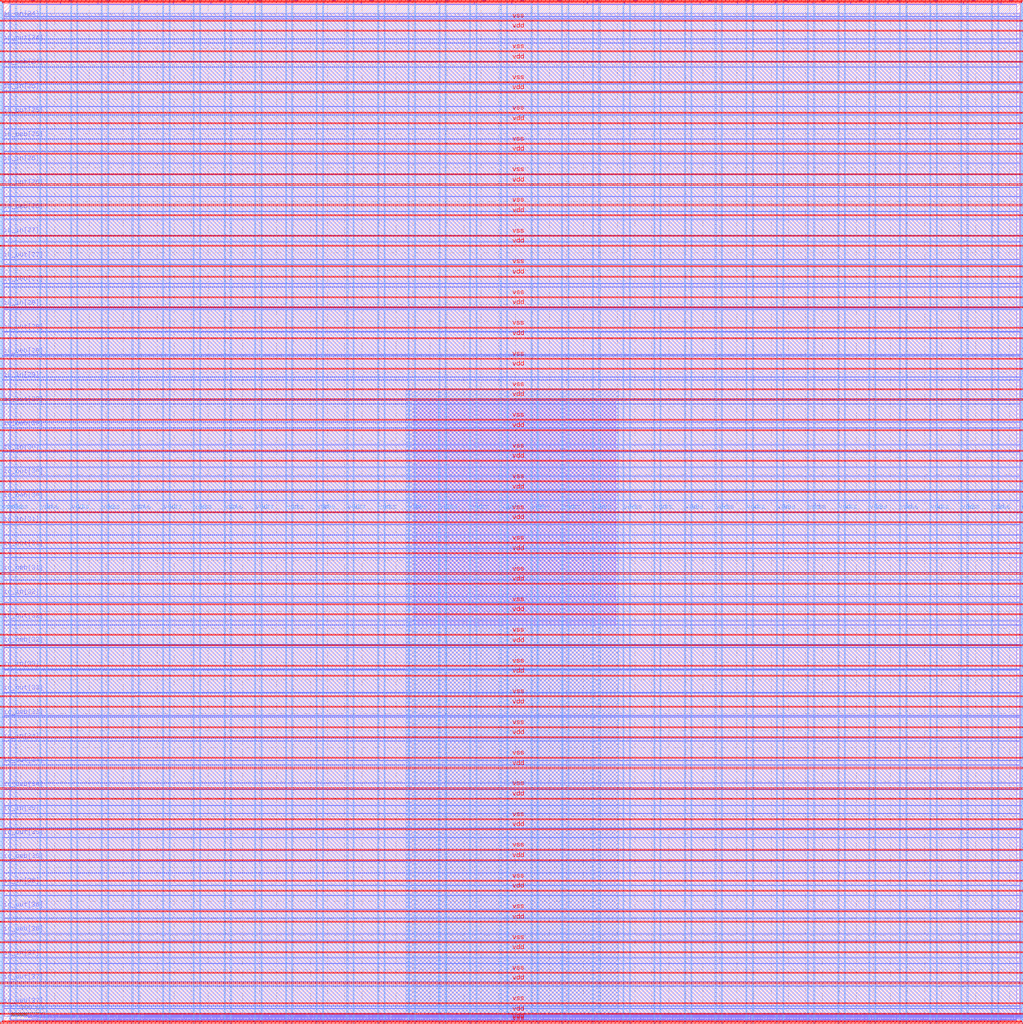
<source format=lef>
VERSION 5.7 ;
  NOWIREEXTENSIONATPIN ON ;
  DIVIDERCHAR "/" ;
  BUSBITCHARS "[]" ;
MACRO user_project_wrapper
  CLASS BLOCK ;
  FOREIGN user_project_wrapper ;
  ORIGIN 0.000 0.000 ;
  SIZE 2980.200 BY 2980.200 ;
  PIN io_in[0]
    DIRECTION INPUT ;
    USE SIGNAL ;
    PORT
      LAYER Metal3 ;
        RECT 2977.800 35.560 2985.000 36.680 ;
    END
  END io_in[0]
  PIN io_in[10]
    DIRECTION INPUT ;
    USE SIGNAL ;
    PORT
      LAYER Metal3 ;
        RECT 2977.800 2017.960 2985.000 2019.080 ;
    END
  END io_in[10]
  PIN io_in[11]
    DIRECTION INPUT ;
    USE SIGNAL ;
    PORT
      LAYER Metal3 ;
        RECT 2977.800 2216.200 2985.000 2217.320 ;
    END
  END io_in[11]
  PIN io_in[12]
    DIRECTION INPUT ;
    USE SIGNAL ;
    PORT
      LAYER Metal3 ;
        RECT 2977.800 2414.440 2985.000 2415.560 ;
    END
  END io_in[12]
  PIN io_in[13]
    DIRECTION INPUT ;
    USE SIGNAL ;
    PORT
      LAYER Metal3 ;
        RECT 2977.800 2612.680 2985.000 2613.800 ;
    END
  END io_in[13]
  PIN io_in[14]
    DIRECTION INPUT ;
    USE SIGNAL ;
    PORT
      LAYER Metal3 ;
        RECT 2977.800 2810.920 2985.000 2812.040 ;
    END
  END io_in[14]
  PIN io_in[15]
    DIRECTION INPUT ;
    USE SIGNAL ;
    PORT
      LAYER Metal2 ;
        RECT 2923.480 2977.800 2924.600 2985.000 ;
    END
  END io_in[15]
  PIN io_in[16]
    DIRECTION INPUT ;
    USE SIGNAL ;
    PORT
      LAYER Metal2 ;
        RECT 2592.520 2977.800 2593.640 2985.000 ;
    END
  END io_in[16]
  PIN io_in[17]
    DIRECTION INPUT ;
    USE SIGNAL ;
    PORT
      LAYER Metal2 ;
        RECT 2261.560 2977.800 2262.680 2985.000 ;
    END
  END io_in[17]
  PIN io_in[18]
    DIRECTION INPUT ;
    USE SIGNAL ;
    PORT
      LAYER Metal2 ;
        RECT 1930.600 2977.800 1931.720 2985.000 ;
    END
  END io_in[18]
  PIN io_in[19]
    DIRECTION INPUT ;
    USE SIGNAL ;
    PORT
      LAYER Metal2 ;
        RECT 1599.640 2977.800 1600.760 2985.000 ;
    END
  END io_in[19]
  PIN io_in[1]
    DIRECTION INPUT ;
    USE SIGNAL ;
    PORT
      LAYER Metal3 ;
        RECT 2977.800 233.800 2985.000 234.920 ;
    END
  END io_in[1]
  PIN io_in[20]
    DIRECTION INPUT ;
    USE SIGNAL ;
    PORT
      LAYER Metal2 ;
        RECT 1268.680 2977.800 1269.800 2985.000 ;
    END
  END io_in[20]
  PIN io_in[21]
    DIRECTION INPUT ;
    USE SIGNAL ;
    PORT
      LAYER Metal2 ;
        RECT 937.720 2977.800 938.840 2985.000 ;
    END
  END io_in[21]
  PIN io_in[22]
    DIRECTION INPUT ;
    USE SIGNAL ;
    PORT
      LAYER Metal2 ;
        RECT 606.760 2977.800 607.880 2985.000 ;
    END
  END io_in[22]
  PIN io_in[23]
    DIRECTION INPUT ;
    USE SIGNAL ;
    PORT
      LAYER Metal2 ;
        RECT 275.800 2977.800 276.920 2985.000 ;
    END
  END io_in[23]
  PIN io_in[24]
    DIRECTION INPUT ;
    USE SIGNAL ;
    PORT
      LAYER Metal3 ;
        RECT -4.800 2935.800 2.400 2936.920 ;
    END
  END io_in[24]
  PIN io_in[25]
    DIRECTION INPUT ;
    USE SIGNAL ;
    PORT
      LAYER Metal3 ;
        RECT -4.800 2724.120 2.400 2725.240 ;
    END
  END io_in[25]
  PIN io_in[26]
    DIRECTION INPUT ;
    USE SIGNAL ;
    PORT
      LAYER Metal3 ;
        RECT -4.800 2512.440 2.400 2513.560 ;
    END
  END io_in[26]
  PIN io_in[27]
    DIRECTION INPUT ;
    USE SIGNAL ;
    PORT
      LAYER Metal3 ;
        RECT -4.800 2300.760 2.400 2301.880 ;
    END
  END io_in[27]
  PIN io_in[28]
    DIRECTION INPUT ;
    USE SIGNAL ;
    PORT
      LAYER Metal3 ;
        RECT -4.800 2089.080 2.400 2090.200 ;
    END
  END io_in[28]
  PIN io_in[29]
    DIRECTION INPUT ;
    USE SIGNAL ;
    PORT
      LAYER Metal3 ;
        RECT -4.800 1877.400 2.400 1878.520 ;
    END
  END io_in[29]
  PIN io_in[2]
    DIRECTION INPUT ;
    USE SIGNAL ;
    PORT
      LAYER Metal3 ;
        RECT 2977.800 432.040 2985.000 433.160 ;
    END
  END io_in[2]
  PIN io_in[30]
    DIRECTION INPUT ;
    USE SIGNAL ;
    PORT
      LAYER Metal3 ;
        RECT -4.800 1665.720 2.400 1666.840 ;
    END
  END io_in[30]
  PIN io_in[31]
    DIRECTION INPUT ;
    USE SIGNAL ;
    PORT
      LAYER Metal3 ;
        RECT -4.800 1454.040 2.400 1455.160 ;
    END
  END io_in[31]
  PIN io_in[32]
    DIRECTION INPUT ;
    USE SIGNAL ;
    PORT
      LAYER Metal3 ;
        RECT -4.800 1242.360 2.400 1243.480 ;
    END
  END io_in[32]
  PIN io_in[33]
    DIRECTION INPUT ;
    USE SIGNAL ;
    PORT
      LAYER Metal3 ;
        RECT -4.800 1030.680 2.400 1031.800 ;
    END
  END io_in[33]
  PIN io_in[34]
    DIRECTION INPUT ;
    USE SIGNAL ;
    PORT
      LAYER Metal3 ;
        RECT -4.800 819.000 2.400 820.120 ;
    END
  END io_in[34]
  PIN io_in[35]
    DIRECTION INPUT ;
    USE SIGNAL ;
    PORT
      LAYER Metal3 ;
        RECT -4.800 607.320 2.400 608.440 ;
    END
  END io_in[35]
  PIN io_in[36]
    DIRECTION INPUT ;
    USE SIGNAL ;
    PORT
      LAYER Metal3 ;
        RECT -4.800 395.640 2.400 396.760 ;
    END
  END io_in[36]
  PIN io_in[37]
    DIRECTION INPUT ;
    USE SIGNAL ;
    PORT
      LAYER Metal3 ;
        RECT -4.800 183.960 2.400 185.080 ;
    END
  END io_in[37]
  PIN io_in[3]
    DIRECTION INPUT ;
    USE SIGNAL ;
    PORT
      LAYER Metal3 ;
        RECT 2977.800 630.280 2985.000 631.400 ;
    END
  END io_in[3]
  PIN io_in[4]
    DIRECTION INPUT ;
    USE SIGNAL ;
    PORT
      LAYER Metal3 ;
        RECT 2977.800 828.520 2985.000 829.640 ;
    END
  END io_in[4]
  PIN io_in[5]
    DIRECTION INPUT ;
    USE SIGNAL ;
    PORT
      LAYER Metal3 ;
        RECT 2977.800 1026.760 2985.000 1027.880 ;
    END
  END io_in[5]
  PIN io_in[6]
    DIRECTION INPUT ;
    USE SIGNAL ;
    PORT
      LAYER Metal3 ;
        RECT 2977.800 1225.000 2985.000 1226.120 ;
    END
  END io_in[6]
  PIN io_in[7]
    DIRECTION INPUT ;
    USE SIGNAL ;
    PORT
      LAYER Metal3 ;
        RECT 2977.800 1423.240 2985.000 1424.360 ;
    END
  END io_in[7]
  PIN io_in[8]
    DIRECTION INPUT ;
    USE SIGNAL ;
    PORT
      LAYER Metal3 ;
        RECT 2977.800 1621.480 2985.000 1622.600 ;
    END
  END io_in[8]
  PIN io_in[9]
    DIRECTION INPUT ;
    USE SIGNAL ;
    PORT
      LAYER Metal3 ;
        RECT 2977.800 1819.720 2985.000 1820.840 ;
    END
  END io_in[9]
  PIN io_oeb[0]
    DIRECTION OUTPUT TRISTATE ;
    USE SIGNAL ;
    PORT
      LAYER Metal3 ;
        RECT 2977.800 167.720 2985.000 168.840 ;
    END
  END io_oeb[0]
  PIN io_oeb[10]
    DIRECTION OUTPUT TRISTATE ;
    USE SIGNAL ;
    PORT
      LAYER Metal3 ;
        RECT 2977.800 2150.120 2985.000 2151.240 ;
    END
  END io_oeb[10]
  PIN io_oeb[11]
    DIRECTION OUTPUT TRISTATE ;
    USE SIGNAL ;
    PORT
      LAYER Metal3 ;
        RECT 2977.800 2348.360 2985.000 2349.480 ;
    END
  END io_oeb[11]
  PIN io_oeb[12]
    DIRECTION OUTPUT TRISTATE ;
    USE SIGNAL ;
    PORT
      LAYER Metal3 ;
        RECT 2977.800 2546.600 2985.000 2547.720 ;
    END
  END io_oeb[12]
  PIN io_oeb[13]
    DIRECTION OUTPUT TRISTATE ;
    USE SIGNAL ;
    PORT
      LAYER Metal3 ;
        RECT 2977.800 2744.840 2985.000 2745.960 ;
    END
  END io_oeb[13]
  PIN io_oeb[14]
    DIRECTION OUTPUT TRISTATE ;
    USE SIGNAL ;
    PORT
      LAYER Metal3 ;
        RECT 2977.800 2943.080 2985.000 2944.200 ;
    END
  END io_oeb[14]
  PIN io_oeb[15]
    DIRECTION OUTPUT TRISTATE ;
    USE SIGNAL ;
    PORT
      LAYER Metal2 ;
        RECT 2702.840 2977.800 2703.960 2985.000 ;
    END
  END io_oeb[15]
  PIN io_oeb[16]
    DIRECTION OUTPUT TRISTATE ;
    USE SIGNAL ;
    PORT
      LAYER Metal2 ;
        RECT 2371.880 2977.800 2373.000 2985.000 ;
    END
  END io_oeb[16]
  PIN io_oeb[17]
    DIRECTION OUTPUT TRISTATE ;
    USE SIGNAL ;
    PORT
      LAYER Metal2 ;
        RECT 2040.920 2977.800 2042.040 2985.000 ;
    END
  END io_oeb[17]
  PIN io_oeb[18]
    DIRECTION OUTPUT TRISTATE ;
    USE SIGNAL ;
    PORT
      LAYER Metal2 ;
        RECT 1709.960 2977.800 1711.080 2985.000 ;
    END
  END io_oeb[18]
  PIN io_oeb[19]
    DIRECTION OUTPUT TRISTATE ;
    USE SIGNAL ;
    PORT
      LAYER Metal2 ;
        RECT 1379.000 2977.800 1380.120 2985.000 ;
    END
  END io_oeb[19]
  PIN io_oeb[1]
    DIRECTION OUTPUT TRISTATE ;
    USE SIGNAL ;
    PORT
      LAYER Metal3 ;
        RECT 2977.800 365.960 2985.000 367.080 ;
    END
  END io_oeb[1]
  PIN io_oeb[20]
    DIRECTION OUTPUT TRISTATE ;
    USE SIGNAL ;
    PORT
      LAYER Metal2 ;
        RECT 1048.040 2977.800 1049.160 2985.000 ;
    END
  END io_oeb[20]
  PIN io_oeb[21]
    DIRECTION OUTPUT TRISTATE ;
    USE SIGNAL ;
    PORT
      LAYER Metal2 ;
        RECT 717.080 2977.800 718.200 2985.000 ;
    END
  END io_oeb[21]
  PIN io_oeb[22]
    DIRECTION OUTPUT TRISTATE ;
    USE SIGNAL ;
    PORT
      LAYER Metal2 ;
        RECT 386.120 2977.800 387.240 2985.000 ;
    END
  END io_oeb[22]
  PIN io_oeb[23]
    DIRECTION OUTPUT TRISTATE ;
    USE SIGNAL ;
    PORT
      LAYER Metal2 ;
        RECT 55.160 2977.800 56.280 2985.000 ;
    END
  END io_oeb[23]
  PIN io_oeb[24]
    DIRECTION OUTPUT TRISTATE ;
    USE SIGNAL ;
    PORT
      LAYER Metal3 ;
        RECT -4.800 2794.680 2.400 2795.800 ;
    END
  END io_oeb[24]
  PIN io_oeb[25]
    DIRECTION OUTPUT TRISTATE ;
    USE SIGNAL ;
    PORT
      LAYER Metal3 ;
        RECT -4.800 2583.000 2.400 2584.120 ;
    END
  END io_oeb[25]
  PIN io_oeb[26]
    DIRECTION OUTPUT TRISTATE ;
    USE SIGNAL ;
    PORT
      LAYER Metal3 ;
        RECT -4.800 2371.320 2.400 2372.440 ;
    END
  END io_oeb[26]
  PIN io_oeb[27]
    DIRECTION OUTPUT TRISTATE ;
    USE SIGNAL ;
    PORT
      LAYER Metal3 ;
        RECT -4.800 2159.640 2.400 2160.760 ;
    END
  END io_oeb[27]
  PIN io_oeb[28]
    DIRECTION OUTPUT TRISTATE ;
    USE SIGNAL ;
    PORT
      LAYER Metal3 ;
        RECT -4.800 1947.960 2.400 1949.080 ;
    END
  END io_oeb[28]
  PIN io_oeb[29]
    DIRECTION OUTPUT TRISTATE ;
    USE SIGNAL ;
    PORT
      LAYER Metal3 ;
        RECT -4.800 1736.280 2.400 1737.400 ;
    END
  END io_oeb[29]
  PIN io_oeb[2]
    DIRECTION OUTPUT TRISTATE ;
    USE SIGNAL ;
    PORT
      LAYER Metal3 ;
        RECT 2977.800 564.200 2985.000 565.320 ;
    END
  END io_oeb[2]
  PIN io_oeb[30]
    DIRECTION OUTPUT TRISTATE ;
    USE SIGNAL ;
    PORT
      LAYER Metal3 ;
        RECT -4.800 1524.600 2.400 1525.720 ;
    END
  END io_oeb[30]
  PIN io_oeb[31]
    DIRECTION OUTPUT TRISTATE ;
    USE SIGNAL ;
    PORT
      LAYER Metal3 ;
        RECT -4.800 1312.920 2.400 1314.040 ;
    END
  END io_oeb[31]
  PIN io_oeb[32]
    DIRECTION OUTPUT TRISTATE ;
    USE SIGNAL ;
    PORT
      LAYER Metal3 ;
        RECT -4.800 1101.240 2.400 1102.360 ;
    END
  END io_oeb[32]
  PIN io_oeb[33]
    DIRECTION OUTPUT TRISTATE ;
    USE SIGNAL ;
    PORT
      LAYER Metal3 ;
        RECT -4.800 889.560 2.400 890.680 ;
    END
  END io_oeb[33]
  PIN io_oeb[34]
    DIRECTION OUTPUT TRISTATE ;
    USE SIGNAL ;
    PORT
      LAYER Metal3 ;
        RECT -4.800 677.880 2.400 679.000 ;
    END
  END io_oeb[34]
  PIN io_oeb[35]
    DIRECTION OUTPUT TRISTATE ;
    USE SIGNAL ;
    PORT
      LAYER Metal3 ;
        RECT -4.800 466.200 2.400 467.320 ;
    END
  END io_oeb[35]
  PIN io_oeb[36]
    DIRECTION OUTPUT TRISTATE ;
    USE SIGNAL ;
    PORT
      LAYER Metal3 ;
        RECT -4.800 254.520 2.400 255.640 ;
    END
  END io_oeb[36]
  PIN io_oeb[37]
    DIRECTION OUTPUT TRISTATE ;
    USE SIGNAL ;
    PORT
      LAYER Metal3 ;
        RECT -4.800 42.840 2.400 43.960 ;
    END
  END io_oeb[37]
  PIN io_oeb[3]
    DIRECTION OUTPUT TRISTATE ;
    USE SIGNAL ;
    PORT
      LAYER Metal3 ;
        RECT 2977.800 762.440 2985.000 763.560 ;
    END
  END io_oeb[3]
  PIN io_oeb[4]
    DIRECTION OUTPUT TRISTATE ;
    USE SIGNAL ;
    PORT
      LAYER Metal3 ;
        RECT 2977.800 960.680 2985.000 961.800 ;
    END
  END io_oeb[4]
  PIN io_oeb[5]
    DIRECTION OUTPUT TRISTATE ;
    USE SIGNAL ;
    PORT
      LAYER Metal3 ;
        RECT 2977.800 1158.920 2985.000 1160.040 ;
    END
  END io_oeb[5]
  PIN io_oeb[6]
    DIRECTION OUTPUT TRISTATE ;
    USE SIGNAL ;
    PORT
      LAYER Metal3 ;
        RECT 2977.800 1357.160 2985.000 1358.280 ;
    END
  END io_oeb[6]
  PIN io_oeb[7]
    DIRECTION OUTPUT TRISTATE ;
    USE SIGNAL ;
    PORT
      LAYER Metal3 ;
        RECT 2977.800 1555.400 2985.000 1556.520 ;
    END
  END io_oeb[7]
  PIN io_oeb[8]
    DIRECTION OUTPUT TRISTATE ;
    USE SIGNAL ;
    PORT
      LAYER Metal3 ;
        RECT 2977.800 1753.640 2985.000 1754.760 ;
    END
  END io_oeb[8]
  PIN io_oeb[9]
    DIRECTION OUTPUT TRISTATE ;
    USE SIGNAL ;
    PORT
      LAYER Metal3 ;
        RECT 2977.800 1951.880 2985.000 1953.000 ;
    END
  END io_oeb[9]
  PIN io_out[0]
    DIRECTION OUTPUT TRISTATE ;
    USE SIGNAL ;
    PORT
      LAYER Metal3 ;
        RECT 2977.800 101.640 2985.000 102.760 ;
    END
  END io_out[0]
  PIN io_out[10]
    DIRECTION OUTPUT TRISTATE ;
    USE SIGNAL ;
    PORT
      LAYER Metal3 ;
        RECT 2977.800 2084.040 2985.000 2085.160 ;
    END
  END io_out[10]
  PIN io_out[11]
    DIRECTION OUTPUT TRISTATE ;
    USE SIGNAL ;
    PORT
      LAYER Metal3 ;
        RECT 2977.800 2282.280 2985.000 2283.400 ;
    END
  END io_out[11]
  PIN io_out[12]
    DIRECTION OUTPUT TRISTATE ;
    USE SIGNAL ;
    PORT
      LAYER Metal3 ;
        RECT 2977.800 2480.520 2985.000 2481.640 ;
    END
  END io_out[12]
  PIN io_out[13]
    DIRECTION OUTPUT TRISTATE ;
    USE SIGNAL ;
    PORT
      LAYER Metal3 ;
        RECT 2977.800 2678.760 2985.000 2679.880 ;
    END
  END io_out[13]
  PIN io_out[14]
    DIRECTION OUTPUT TRISTATE ;
    USE SIGNAL ;
    PORT
      LAYER Metal3 ;
        RECT 2977.800 2877.000 2985.000 2878.120 ;
    END
  END io_out[14]
  PIN io_out[15]
    DIRECTION OUTPUT TRISTATE ;
    USE SIGNAL ;
    PORT
      LAYER Metal2 ;
        RECT 2813.160 2977.800 2814.280 2985.000 ;
    END
  END io_out[15]
  PIN io_out[16]
    DIRECTION OUTPUT TRISTATE ;
    USE SIGNAL ;
    PORT
      LAYER Metal2 ;
        RECT 2482.200 2977.800 2483.320 2985.000 ;
    END
  END io_out[16]
  PIN io_out[17]
    DIRECTION OUTPUT TRISTATE ;
    USE SIGNAL ;
    PORT
      LAYER Metal2 ;
        RECT 2151.240 2977.800 2152.360 2985.000 ;
    END
  END io_out[17]
  PIN io_out[18]
    DIRECTION OUTPUT TRISTATE ;
    USE SIGNAL ;
    PORT
      LAYER Metal2 ;
        RECT 1820.280 2977.800 1821.400 2985.000 ;
    END
  END io_out[18]
  PIN io_out[19]
    DIRECTION OUTPUT TRISTATE ;
    USE SIGNAL ;
    PORT
      LAYER Metal2 ;
        RECT 1489.320 2977.800 1490.440 2985.000 ;
    END
  END io_out[19]
  PIN io_out[1]
    DIRECTION OUTPUT TRISTATE ;
    USE SIGNAL ;
    PORT
      LAYER Metal3 ;
        RECT 2977.800 299.880 2985.000 301.000 ;
    END
  END io_out[1]
  PIN io_out[20]
    DIRECTION OUTPUT TRISTATE ;
    USE SIGNAL ;
    PORT
      LAYER Metal2 ;
        RECT 1158.360 2977.800 1159.480 2985.000 ;
    END
  END io_out[20]
  PIN io_out[21]
    DIRECTION OUTPUT TRISTATE ;
    USE SIGNAL ;
    PORT
      LAYER Metal2 ;
        RECT 827.400 2977.800 828.520 2985.000 ;
    END
  END io_out[21]
  PIN io_out[22]
    DIRECTION OUTPUT TRISTATE ;
    USE SIGNAL ;
    PORT
      LAYER Metal2 ;
        RECT 496.440 2977.800 497.560 2985.000 ;
    END
  END io_out[22]
  PIN io_out[23]
    DIRECTION OUTPUT TRISTATE ;
    USE SIGNAL ;
    PORT
      LAYER Metal2 ;
        RECT 165.480 2977.800 166.600 2985.000 ;
    END
  END io_out[23]
  PIN io_out[24]
    DIRECTION OUTPUT TRISTATE ;
    USE SIGNAL ;
    PORT
      LAYER Metal3 ;
        RECT -4.800 2865.240 2.400 2866.360 ;
    END
  END io_out[24]
  PIN io_out[25]
    DIRECTION OUTPUT TRISTATE ;
    USE SIGNAL ;
    PORT
      LAYER Metal3 ;
        RECT -4.800 2653.560 2.400 2654.680 ;
    END
  END io_out[25]
  PIN io_out[26]
    DIRECTION OUTPUT TRISTATE ;
    USE SIGNAL ;
    PORT
      LAYER Metal3 ;
        RECT -4.800 2441.880 2.400 2443.000 ;
    END
  END io_out[26]
  PIN io_out[27]
    DIRECTION OUTPUT TRISTATE ;
    USE SIGNAL ;
    PORT
      LAYER Metal3 ;
        RECT -4.800 2230.200 2.400 2231.320 ;
    END
  END io_out[27]
  PIN io_out[28]
    DIRECTION OUTPUT TRISTATE ;
    USE SIGNAL ;
    PORT
      LAYER Metal3 ;
        RECT -4.800 2018.520 2.400 2019.640 ;
    END
  END io_out[28]
  PIN io_out[29]
    DIRECTION OUTPUT TRISTATE ;
    USE SIGNAL ;
    PORT
      LAYER Metal3 ;
        RECT -4.800 1806.840 2.400 1807.960 ;
    END
  END io_out[29]
  PIN io_out[2]
    DIRECTION OUTPUT TRISTATE ;
    USE SIGNAL ;
    PORT
      LAYER Metal3 ;
        RECT 2977.800 498.120 2985.000 499.240 ;
    END
  END io_out[2]
  PIN io_out[30]
    DIRECTION OUTPUT TRISTATE ;
    USE SIGNAL ;
    PORT
      LAYER Metal3 ;
        RECT -4.800 1595.160 2.400 1596.280 ;
    END
  END io_out[30]
  PIN io_out[31]
    DIRECTION OUTPUT TRISTATE ;
    USE SIGNAL ;
    PORT
      LAYER Metal3 ;
        RECT -4.800 1383.480 2.400 1384.600 ;
    END
  END io_out[31]
  PIN io_out[32]
    DIRECTION OUTPUT TRISTATE ;
    USE SIGNAL ;
    PORT
      LAYER Metal3 ;
        RECT -4.800 1171.800 2.400 1172.920 ;
    END
  END io_out[32]
  PIN io_out[33]
    DIRECTION OUTPUT TRISTATE ;
    USE SIGNAL ;
    PORT
      LAYER Metal3 ;
        RECT -4.800 960.120 2.400 961.240 ;
    END
  END io_out[33]
  PIN io_out[34]
    DIRECTION OUTPUT TRISTATE ;
    USE SIGNAL ;
    PORT
      LAYER Metal3 ;
        RECT -4.800 748.440 2.400 749.560 ;
    END
  END io_out[34]
  PIN io_out[35]
    DIRECTION OUTPUT TRISTATE ;
    USE SIGNAL ;
    PORT
      LAYER Metal3 ;
        RECT -4.800 536.760 2.400 537.880 ;
    END
  END io_out[35]
  PIN io_out[36]
    DIRECTION OUTPUT TRISTATE ;
    USE SIGNAL ;
    PORT
      LAYER Metal3 ;
        RECT -4.800 325.080 2.400 326.200 ;
    END
  END io_out[36]
  PIN io_out[37]
    DIRECTION OUTPUT TRISTATE ;
    USE SIGNAL ;
    PORT
      LAYER Metal3 ;
        RECT -4.800 113.400 2.400 114.520 ;
    END
  END io_out[37]
  PIN io_out[3]
    DIRECTION OUTPUT TRISTATE ;
    USE SIGNAL ;
    PORT
      LAYER Metal3 ;
        RECT 2977.800 696.360 2985.000 697.480 ;
    END
  END io_out[3]
  PIN io_out[4]
    DIRECTION OUTPUT TRISTATE ;
    USE SIGNAL ;
    PORT
      LAYER Metal3 ;
        RECT 2977.800 894.600 2985.000 895.720 ;
    END
  END io_out[4]
  PIN io_out[5]
    DIRECTION OUTPUT TRISTATE ;
    USE SIGNAL ;
    PORT
      LAYER Metal3 ;
        RECT 2977.800 1092.840 2985.000 1093.960 ;
    END
  END io_out[5]
  PIN io_out[6]
    DIRECTION OUTPUT TRISTATE ;
    USE SIGNAL ;
    PORT
      LAYER Metal3 ;
        RECT 2977.800 1291.080 2985.000 1292.200 ;
    END
  END io_out[6]
  PIN io_out[7]
    DIRECTION OUTPUT TRISTATE ;
    USE SIGNAL ;
    PORT
      LAYER Metal3 ;
        RECT 2977.800 1489.320 2985.000 1490.440 ;
    END
  END io_out[7]
  PIN io_out[8]
    DIRECTION OUTPUT TRISTATE ;
    USE SIGNAL ;
    PORT
      LAYER Metal3 ;
        RECT 2977.800 1687.560 2985.000 1688.680 ;
    END
  END io_out[8]
  PIN io_out[9]
    DIRECTION OUTPUT TRISTATE ;
    USE SIGNAL ;
    PORT
      LAYER Metal3 ;
        RECT 2977.800 1885.800 2985.000 1886.920 ;
    END
  END io_out[9]
  PIN la_data_in[0]
    DIRECTION INPUT ;
    USE SIGNAL ;
    PORT
      LAYER Metal2 ;
        RECT 1065.960 -4.800 1067.080 2.400 ;
    END
  END la_data_in[0]
  PIN la_data_in[10]
    DIRECTION INPUT ;
    USE SIGNAL ;
    PORT
      LAYER Metal2 ;
        RECT 1351.560 -4.800 1352.680 2.400 ;
    END
  END la_data_in[10]
  PIN la_data_in[11]
    DIRECTION INPUT ;
    USE SIGNAL ;
    PORT
      LAYER Metal2 ;
        RECT 1380.120 -4.800 1381.240 2.400 ;
    END
  END la_data_in[11]
  PIN la_data_in[12]
    DIRECTION INPUT ;
    USE SIGNAL ;
    PORT
      LAYER Metal2 ;
        RECT 1408.680 -4.800 1409.800 2.400 ;
    END
  END la_data_in[12]
  PIN la_data_in[13]
    DIRECTION INPUT ;
    USE SIGNAL ;
    PORT
      LAYER Metal2 ;
        RECT 1437.240 -4.800 1438.360 2.400 ;
    END
  END la_data_in[13]
  PIN la_data_in[14]
    DIRECTION INPUT ;
    USE SIGNAL ;
    PORT
      LAYER Metal2 ;
        RECT 1465.800 -4.800 1466.920 2.400 ;
    END
  END la_data_in[14]
  PIN la_data_in[15]
    DIRECTION INPUT ;
    USE SIGNAL ;
    PORT
      LAYER Metal2 ;
        RECT 1494.360 -4.800 1495.480 2.400 ;
    END
  END la_data_in[15]
  PIN la_data_in[16]
    DIRECTION INPUT ;
    USE SIGNAL ;
    PORT
      LAYER Metal2 ;
        RECT 1522.920 -4.800 1524.040 2.400 ;
    END
  END la_data_in[16]
  PIN la_data_in[17]
    DIRECTION INPUT ;
    USE SIGNAL ;
    PORT
      LAYER Metal2 ;
        RECT 1551.480 -4.800 1552.600 2.400 ;
    END
  END la_data_in[17]
  PIN la_data_in[18]
    DIRECTION INPUT ;
    USE SIGNAL ;
    PORT
      LAYER Metal2 ;
        RECT 1580.040 -4.800 1581.160 2.400 ;
    END
  END la_data_in[18]
  PIN la_data_in[19]
    DIRECTION INPUT ;
    USE SIGNAL ;
    PORT
      LAYER Metal2 ;
        RECT 1608.600 -4.800 1609.720 2.400 ;
    END
  END la_data_in[19]
  PIN la_data_in[1]
    DIRECTION INPUT ;
    USE SIGNAL ;
    PORT
      LAYER Metal2 ;
        RECT 1094.520 -4.800 1095.640 2.400 ;
    END
  END la_data_in[1]
  PIN la_data_in[20]
    DIRECTION INPUT ;
    USE SIGNAL ;
    PORT
      LAYER Metal2 ;
        RECT 1637.160 -4.800 1638.280 2.400 ;
    END
  END la_data_in[20]
  PIN la_data_in[21]
    DIRECTION INPUT ;
    USE SIGNAL ;
    PORT
      LAYER Metal2 ;
        RECT 1665.720 -4.800 1666.840 2.400 ;
    END
  END la_data_in[21]
  PIN la_data_in[22]
    DIRECTION INPUT ;
    USE SIGNAL ;
    PORT
      LAYER Metal2 ;
        RECT 1694.280 -4.800 1695.400 2.400 ;
    END
  END la_data_in[22]
  PIN la_data_in[23]
    DIRECTION INPUT ;
    USE SIGNAL ;
    PORT
      LAYER Metal2 ;
        RECT 1722.840 -4.800 1723.960 2.400 ;
    END
  END la_data_in[23]
  PIN la_data_in[24]
    DIRECTION INPUT ;
    USE SIGNAL ;
    PORT
      LAYER Metal2 ;
        RECT 1751.400 -4.800 1752.520 2.400 ;
    END
  END la_data_in[24]
  PIN la_data_in[25]
    DIRECTION INPUT ;
    USE SIGNAL ;
    PORT
      LAYER Metal2 ;
        RECT 1779.960 -4.800 1781.080 2.400 ;
    END
  END la_data_in[25]
  PIN la_data_in[26]
    DIRECTION INPUT ;
    USE SIGNAL ;
    PORT
      LAYER Metal2 ;
        RECT 1808.520 -4.800 1809.640 2.400 ;
    END
  END la_data_in[26]
  PIN la_data_in[27]
    DIRECTION INPUT ;
    USE SIGNAL ;
    PORT
      LAYER Metal2 ;
        RECT 1837.080 -4.800 1838.200 2.400 ;
    END
  END la_data_in[27]
  PIN la_data_in[28]
    DIRECTION INPUT ;
    USE SIGNAL ;
    PORT
      LAYER Metal2 ;
        RECT 1865.640 -4.800 1866.760 2.400 ;
    END
  END la_data_in[28]
  PIN la_data_in[29]
    DIRECTION INPUT ;
    USE SIGNAL ;
    PORT
      LAYER Metal2 ;
        RECT 1894.200 -4.800 1895.320 2.400 ;
    END
  END la_data_in[29]
  PIN la_data_in[2]
    DIRECTION INPUT ;
    USE SIGNAL ;
    PORT
      LAYER Metal2 ;
        RECT 1123.080 -4.800 1124.200 2.400 ;
    END
  END la_data_in[2]
  PIN la_data_in[30]
    DIRECTION INPUT ;
    USE SIGNAL ;
    PORT
      LAYER Metal2 ;
        RECT 1922.760 -4.800 1923.880 2.400 ;
    END
  END la_data_in[30]
  PIN la_data_in[31]
    DIRECTION INPUT ;
    USE SIGNAL ;
    PORT
      LAYER Metal2 ;
        RECT 1951.320 -4.800 1952.440 2.400 ;
    END
  END la_data_in[31]
  PIN la_data_in[32]
    DIRECTION INPUT ;
    USE SIGNAL ;
    PORT
      LAYER Metal2 ;
        RECT 1979.880 -4.800 1981.000 2.400 ;
    END
  END la_data_in[32]
  PIN la_data_in[33]
    DIRECTION INPUT ;
    USE SIGNAL ;
    PORT
      LAYER Metal2 ;
        RECT 2008.440 -4.800 2009.560 2.400 ;
    END
  END la_data_in[33]
  PIN la_data_in[34]
    DIRECTION INPUT ;
    USE SIGNAL ;
    PORT
      LAYER Metal2 ;
        RECT 2037.000 -4.800 2038.120 2.400 ;
    END
  END la_data_in[34]
  PIN la_data_in[35]
    DIRECTION INPUT ;
    USE SIGNAL ;
    PORT
      LAYER Metal2 ;
        RECT 2065.560 -4.800 2066.680 2.400 ;
    END
  END la_data_in[35]
  PIN la_data_in[36]
    DIRECTION INPUT ;
    USE SIGNAL ;
    PORT
      LAYER Metal2 ;
        RECT 2094.120 -4.800 2095.240 2.400 ;
    END
  END la_data_in[36]
  PIN la_data_in[37]
    DIRECTION INPUT ;
    USE SIGNAL ;
    PORT
      LAYER Metal2 ;
        RECT 2122.680 -4.800 2123.800 2.400 ;
    END
  END la_data_in[37]
  PIN la_data_in[38]
    DIRECTION INPUT ;
    USE SIGNAL ;
    PORT
      LAYER Metal2 ;
        RECT 2151.240 -4.800 2152.360 2.400 ;
    END
  END la_data_in[38]
  PIN la_data_in[39]
    DIRECTION INPUT ;
    USE SIGNAL ;
    PORT
      LAYER Metal2 ;
        RECT 2179.800 -4.800 2180.920 2.400 ;
    END
  END la_data_in[39]
  PIN la_data_in[3]
    DIRECTION INPUT ;
    USE SIGNAL ;
    PORT
      LAYER Metal2 ;
        RECT 1151.640 -4.800 1152.760 2.400 ;
    END
  END la_data_in[3]
  PIN la_data_in[40]
    DIRECTION INPUT ;
    USE SIGNAL ;
    PORT
      LAYER Metal2 ;
        RECT 2208.360 -4.800 2209.480 2.400 ;
    END
  END la_data_in[40]
  PIN la_data_in[41]
    DIRECTION INPUT ;
    USE SIGNAL ;
    PORT
      LAYER Metal2 ;
        RECT 2236.920 -4.800 2238.040 2.400 ;
    END
  END la_data_in[41]
  PIN la_data_in[42]
    DIRECTION INPUT ;
    USE SIGNAL ;
    PORT
      LAYER Metal2 ;
        RECT 2265.480 -4.800 2266.600 2.400 ;
    END
  END la_data_in[42]
  PIN la_data_in[43]
    DIRECTION INPUT ;
    USE SIGNAL ;
    PORT
      LAYER Metal2 ;
        RECT 2294.040 -4.800 2295.160 2.400 ;
    END
  END la_data_in[43]
  PIN la_data_in[44]
    DIRECTION INPUT ;
    USE SIGNAL ;
    PORT
      LAYER Metal2 ;
        RECT 2322.600 -4.800 2323.720 2.400 ;
    END
  END la_data_in[44]
  PIN la_data_in[45]
    DIRECTION INPUT ;
    USE SIGNAL ;
    PORT
      LAYER Metal2 ;
        RECT 2351.160 -4.800 2352.280 2.400 ;
    END
  END la_data_in[45]
  PIN la_data_in[46]
    DIRECTION INPUT ;
    USE SIGNAL ;
    PORT
      LAYER Metal2 ;
        RECT 2379.720 -4.800 2380.840 2.400 ;
    END
  END la_data_in[46]
  PIN la_data_in[47]
    DIRECTION INPUT ;
    USE SIGNAL ;
    PORT
      LAYER Metal2 ;
        RECT 2408.280 -4.800 2409.400 2.400 ;
    END
  END la_data_in[47]
  PIN la_data_in[48]
    DIRECTION INPUT ;
    USE SIGNAL ;
    PORT
      LAYER Metal2 ;
        RECT 2436.840 -4.800 2437.960 2.400 ;
    END
  END la_data_in[48]
  PIN la_data_in[49]
    DIRECTION INPUT ;
    USE SIGNAL ;
    PORT
      LAYER Metal2 ;
        RECT 2465.400 -4.800 2466.520 2.400 ;
    END
  END la_data_in[49]
  PIN la_data_in[4]
    DIRECTION INPUT ;
    USE SIGNAL ;
    PORT
      LAYER Metal2 ;
        RECT 1180.200 -4.800 1181.320 2.400 ;
    END
  END la_data_in[4]
  PIN la_data_in[50]
    DIRECTION INPUT ;
    USE SIGNAL ;
    PORT
      LAYER Metal2 ;
        RECT 2493.960 -4.800 2495.080 2.400 ;
    END
  END la_data_in[50]
  PIN la_data_in[51]
    DIRECTION INPUT ;
    USE SIGNAL ;
    PORT
      LAYER Metal2 ;
        RECT 2522.520 -4.800 2523.640 2.400 ;
    END
  END la_data_in[51]
  PIN la_data_in[52]
    DIRECTION INPUT ;
    USE SIGNAL ;
    PORT
      LAYER Metal2 ;
        RECT 2551.080 -4.800 2552.200 2.400 ;
    END
  END la_data_in[52]
  PIN la_data_in[53]
    DIRECTION INPUT ;
    USE SIGNAL ;
    PORT
      LAYER Metal2 ;
        RECT 2579.640 -4.800 2580.760 2.400 ;
    END
  END la_data_in[53]
  PIN la_data_in[54]
    DIRECTION INPUT ;
    USE SIGNAL ;
    PORT
      LAYER Metal2 ;
        RECT 2608.200 -4.800 2609.320 2.400 ;
    END
  END la_data_in[54]
  PIN la_data_in[55]
    DIRECTION INPUT ;
    USE SIGNAL ;
    PORT
      LAYER Metal2 ;
        RECT 2636.760 -4.800 2637.880 2.400 ;
    END
  END la_data_in[55]
  PIN la_data_in[56]
    DIRECTION INPUT ;
    USE SIGNAL ;
    PORT
      LAYER Metal2 ;
        RECT 2665.320 -4.800 2666.440 2.400 ;
    END
  END la_data_in[56]
  PIN la_data_in[57]
    DIRECTION INPUT ;
    USE SIGNAL ;
    PORT
      LAYER Metal2 ;
        RECT 2693.880 -4.800 2695.000 2.400 ;
    END
  END la_data_in[57]
  PIN la_data_in[58]
    DIRECTION INPUT ;
    USE SIGNAL ;
    PORT
      LAYER Metal2 ;
        RECT 2722.440 -4.800 2723.560 2.400 ;
    END
  END la_data_in[58]
  PIN la_data_in[59]
    DIRECTION INPUT ;
    USE SIGNAL ;
    PORT
      LAYER Metal2 ;
        RECT 2751.000 -4.800 2752.120 2.400 ;
    END
  END la_data_in[59]
  PIN la_data_in[5]
    DIRECTION INPUT ;
    USE SIGNAL ;
    PORT
      LAYER Metal2 ;
        RECT 1208.760 -4.800 1209.880 2.400 ;
    END
  END la_data_in[5]
  PIN la_data_in[60]
    DIRECTION INPUT ;
    USE SIGNAL ;
    PORT
      LAYER Metal2 ;
        RECT 2779.560 -4.800 2780.680 2.400 ;
    END
  END la_data_in[60]
  PIN la_data_in[61]
    DIRECTION INPUT ;
    USE SIGNAL ;
    PORT
      LAYER Metal2 ;
        RECT 2808.120 -4.800 2809.240 2.400 ;
    END
  END la_data_in[61]
  PIN la_data_in[62]
    DIRECTION INPUT ;
    USE SIGNAL ;
    PORT
      LAYER Metal2 ;
        RECT 2836.680 -4.800 2837.800 2.400 ;
    END
  END la_data_in[62]
  PIN la_data_in[63]
    DIRECTION INPUT ;
    USE SIGNAL ;
    PORT
      LAYER Metal2 ;
        RECT 2865.240 -4.800 2866.360 2.400 ;
    END
  END la_data_in[63]
  PIN la_data_in[6]
    DIRECTION INPUT ;
    USE SIGNAL ;
    PORT
      LAYER Metal2 ;
        RECT 1237.320 -4.800 1238.440 2.400 ;
    END
  END la_data_in[6]
  PIN la_data_in[7]
    DIRECTION INPUT ;
    USE SIGNAL ;
    PORT
      LAYER Metal2 ;
        RECT 1265.880 -4.800 1267.000 2.400 ;
    END
  END la_data_in[7]
  PIN la_data_in[8]
    DIRECTION INPUT ;
    USE SIGNAL ;
    PORT
      LAYER Metal2 ;
        RECT 1294.440 -4.800 1295.560 2.400 ;
    END
  END la_data_in[8]
  PIN la_data_in[9]
    DIRECTION INPUT ;
    USE SIGNAL ;
    PORT
      LAYER Metal2 ;
        RECT 1323.000 -4.800 1324.120 2.400 ;
    END
  END la_data_in[9]
  PIN la_data_out[0]
    DIRECTION OUTPUT TRISTATE ;
    USE SIGNAL ;
    PORT
      LAYER Metal2 ;
        RECT 1075.480 -4.800 1076.600 2.400 ;
    END
  END la_data_out[0]
  PIN la_data_out[10]
    DIRECTION OUTPUT TRISTATE ;
    USE SIGNAL ;
    PORT
      LAYER Metal2 ;
        RECT 1361.080 -4.800 1362.200 2.400 ;
    END
  END la_data_out[10]
  PIN la_data_out[11]
    DIRECTION OUTPUT TRISTATE ;
    USE SIGNAL ;
    PORT
      LAYER Metal2 ;
        RECT 1389.640 -4.800 1390.760 2.400 ;
    END
  END la_data_out[11]
  PIN la_data_out[12]
    DIRECTION OUTPUT TRISTATE ;
    USE SIGNAL ;
    PORT
      LAYER Metal2 ;
        RECT 1418.200 -4.800 1419.320 2.400 ;
    END
  END la_data_out[12]
  PIN la_data_out[13]
    DIRECTION OUTPUT TRISTATE ;
    USE SIGNAL ;
    PORT
      LAYER Metal2 ;
        RECT 1446.760 -4.800 1447.880 2.400 ;
    END
  END la_data_out[13]
  PIN la_data_out[14]
    DIRECTION OUTPUT TRISTATE ;
    USE SIGNAL ;
    PORT
      LAYER Metal2 ;
        RECT 1475.320 -4.800 1476.440 2.400 ;
    END
  END la_data_out[14]
  PIN la_data_out[15]
    DIRECTION OUTPUT TRISTATE ;
    USE SIGNAL ;
    PORT
      LAYER Metal2 ;
        RECT 1503.880 -4.800 1505.000 2.400 ;
    END
  END la_data_out[15]
  PIN la_data_out[16]
    DIRECTION OUTPUT TRISTATE ;
    USE SIGNAL ;
    PORT
      LAYER Metal2 ;
        RECT 1532.440 -4.800 1533.560 2.400 ;
    END
  END la_data_out[16]
  PIN la_data_out[17]
    DIRECTION OUTPUT TRISTATE ;
    USE SIGNAL ;
    PORT
      LAYER Metal2 ;
        RECT 1561.000 -4.800 1562.120 2.400 ;
    END
  END la_data_out[17]
  PIN la_data_out[18]
    DIRECTION OUTPUT TRISTATE ;
    USE SIGNAL ;
    PORT
      LAYER Metal2 ;
        RECT 1589.560 -4.800 1590.680 2.400 ;
    END
  END la_data_out[18]
  PIN la_data_out[19]
    DIRECTION OUTPUT TRISTATE ;
    USE SIGNAL ;
    PORT
      LAYER Metal2 ;
        RECT 1618.120 -4.800 1619.240 2.400 ;
    END
  END la_data_out[19]
  PIN la_data_out[1]
    DIRECTION OUTPUT TRISTATE ;
    USE SIGNAL ;
    PORT
      LAYER Metal2 ;
        RECT 1104.040 -4.800 1105.160 2.400 ;
    END
  END la_data_out[1]
  PIN la_data_out[20]
    DIRECTION OUTPUT TRISTATE ;
    USE SIGNAL ;
    PORT
      LAYER Metal2 ;
        RECT 1646.680 -4.800 1647.800 2.400 ;
    END
  END la_data_out[20]
  PIN la_data_out[21]
    DIRECTION OUTPUT TRISTATE ;
    USE SIGNAL ;
    PORT
      LAYER Metal2 ;
        RECT 1675.240 -4.800 1676.360 2.400 ;
    END
  END la_data_out[21]
  PIN la_data_out[22]
    DIRECTION OUTPUT TRISTATE ;
    USE SIGNAL ;
    PORT
      LAYER Metal2 ;
        RECT 1703.800 -4.800 1704.920 2.400 ;
    END
  END la_data_out[22]
  PIN la_data_out[23]
    DIRECTION OUTPUT TRISTATE ;
    USE SIGNAL ;
    PORT
      LAYER Metal2 ;
        RECT 1732.360 -4.800 1733.480 2.400 ;
    END
  END la_data_out[23]
  PIN la_data_out[24]
    DIRECTION OUTPUT TRISTATE ;
    USE SIGNAL ;
    PORT
      LAYER Metal2 ;
        RECT 1760.920 -4.800 1762.040 2.400 ;
    END
  END la_data_out[24]
  PIN la_data_out[25]
    DIRECTION OUTPUT TRISTATE ;
    USE SIGNAL ;
    PORT
      LAYER Metal2 ;
        RECT 1789.480 -4.800 1790.600 2.400 ;
    END
  END la_data_out[25]
  PIN la_data_out[26]
    DIRECTION OUTPUT TRISTATE ;
    USE SIGNAL ;
    PORT
      LAYER Metal2 ;
        RECT 1818.040 -4.800 1819.160 2.400 ;
    END
  END la_data_out[26]
  PIN la_data_out[27]
    DIRECTION OUTPUT TRISTATE ;
    USE SIGNAL ;
    PORT
      LAYER Metal2 ;
        RECT 1846.600 -4.800 1847.720 2.400 ;
    END
  END la_data_out[27]
  PIN la_data_out[28]
    DIRECTION OUTPUT TRISTATE ;
    USE SIGNAL ;
    PORT
      LAYER Metal2 ;
        RECT 1875.160 -4.800 1876.280 2.400 ;
    END
  END la_data_out[28]
  PIN la_data_out[29]
    DIRECTION OUTPUT TRISTATE ;
    USE SIGNAL ;
    PORT
      LAYER Metal2 ;
        RECT 1903.720 -4.800 1904.840 2.400 ;
    END
  END la_data_out[29]
  PIN la_data_out[2]
    DIRECTION OUTPUT TRISTATE ;
    USE SIGNAL ;
    PORT
      LAYER Metal2 ;
        RECT 1132.600 -4.800 1133.720 2.400 ;
    END
  END la_data_out[2]
  PIN la_data_out[30]
    DIRECTION OUTPUT TRISTATE ;
    USE SIGNAL ;
    PORT
      LAYER Metal2 ;
        RECT 1932.280 -4.800 1933.400 2.400 ;
    END
  END la_data_out[30]
  PIN la_data_out[31]
    DIRECTION OUTPUT TRISTATE ;
    USE SIGNAL ;
    PORT
      LAYER Metal2 ;
        RECT 1960.840 -4.800 1961.960 2.400 ;
    END
  END la_data_out[31]
  PIN la_data_out[32]
    DIRECTION OUTPUT TRISTATE ;
    USE SIGNAL ;
    PORT
      LAYER Metal2 ;
        RECT 1989.400 -4.800 1990.520 2.400 ;
    END
  END la_data_out[32]
  PIN la_data_out[33]
    DIRECTION OUTPUT TRISTATE ;
    USE SIGNAL ;
    PORT
      LAYER Metal2 ;
        RECT 2017.960 -4.800 2019.080 2.400 ;
    END
  END la_data_out[33]
  PIN la_data_out[34]
    DIRECTION OUTPUT TRISTATE ;
    USE SIGNAL ;
    PORT
      LAYER Metal2 ;
        RECT 2046.520 -4.800 2047.640 2.400 ;
    END
  END la_data_out[34]
  PIN la_data_out[35]
    DIRECTION OUTPUT TRISTATE ;
    USE SIGNAL ;
    PORT
      LAYER Metal2 ;
        RECT 2075.080 -4.800 2076.200 2.400 ;
    END
  END la_data_out[35]
  PIN la_data_out[36]
    DIRECTION OUTPUT TRISTATE ;
    USE SIGNAL ;
    PORT
      LAYER Metal2 ;
        RECT 2103.640 -4.800 2104.760 2.400 ;
    END
  END la_data_out[36]
  PIN la_data_out[37]
    DIRECTION OUTPUT TRISTATE ;
    USE SIGNAL ;
    PORT
      LAYER Metal2 ;
        RECT 2132.200 -4.800 2133.320 2.400 ;
    END
  END la_data_out[37]
  PIN la_data_out[38]
    DIRECTION OUTPUT TRISTATE ;
    USE SIGNAL ;
    PORT
      LAYER Metal2 ;
        RECT 2160.760 -4.800 2161.880 2.400 ;
    END
  END la_data_out[38]
  PIN la_data_out[39]
    DIRECTION OUTPUT TRISTATE ;
    USE SIGNAL ;
    PORT
      LAYER Metal2 ;
        RECT 2189.320 -4.800 2190.440 2.400 ;
    END
  END la_data_out[39]
  PIN la_data_out[3]
    DIRECTION OUTPUT TRISTATE ;
    USE SIGNAL ;
    PORT
      LAYER Metal2 ;
        RECT 1161.160 -4.800 1162.280 2.400 ;
    END
  END la_data_out[3]
  PIN la_data_out[40]
    DIRECTION OUTPUT TRISTATE ;
    USE SIGNAL ;
    PORT
      LAYER Metal2 ;
        RECT 2217.880 -4.800 2219.000 2.400 ;
    END
  END la_data_out[40]
  PIN la_data_out[41]
    DIRECTION OUTPUT TRISTATE ;
    USE SIGNAL ;
    PORT
      LAYER Metal2 ;
        RECT 2246.440 -4.800 2247.560 2.400 ;
    END
  END la_data_out[41]
  PIN la_data_out[42]
    DIRECTION OUTPUT TRISTATE ;
    USE SIGNAL ;
    PORT
      LAYER Metal2 ;
        RECT 2275.000 -4.800 2276.120 2.400 ;
    END
  END la_data_out[42]
  PIN la_data_out[43]
    DIRECTION OUTPUT TRISTATE ;
    USE SIGNAL ;
    PORT
      LAYER Metal2 ;
        RECT 2303.560 -4.800 2304.680 2.400 ;
    END
  END la_data_out[43]
  PIN la_data_out[44]
    DIRECTION OUTPUT TRISTATE ;
    USE SIGNAL ;
    PORT
      LAYER Metal2 ;
        RECT 2332.120 -4.800 2333.240 2.400 ;
    END
  END la_data_out[44]
  PIN la_data_out[45]
    DIRECTION OUTPUT TRISTATE ;
    USE SIGNAL ;
    PORT
      LAYER Metal2 ;
        RECT 2360.680 -4.800 2361.800 2.400 ;
    END
  END la_data_out[45]
  PIN la_data_out[46]
    DIRECTION OUTPUT TRISTATE ;
    USE SIGNAL ;
    PORT
      LAYER Metal2 ;
        RECT 2389.240 -4.800 2390.360 2.400 ;
    END
  END la_data_out[46]
  PIN la_data_out[47]
    DIRECTION OUTPUT TRISTATE ;
    USE SIGNAL ;
    PORT
      LAYER Metal2 ;
        RECT 2417.800 -4.800 2418.920 2.400 ;
    END
  END la_data_out[47]
  PIN la_data_out[48]
    DIRECTION OUTPUT TRISTATE ;
    USE SIGNAL ;
    PORT
      LAYER Metal2 ;
        RECT 2446.360 -4.800 2447.480 2.400 ;
    END
  END la_data_out[48]
  PIN la_data_out[49]
    DIRECTION OUTPUT TRISTATE ;
    USE SIGNAL ;
    PORT
      LAYER Metal2 ;
        RECT 2474.920 -4.800 2476.040 2.400 ;
    END
  END la_data_out[49]
  PIN la_data_out[4]
    DIRECTION OUTPUT TRISTATE ;
    USE SIGNAL ;
    PORT
      LAYER Metal2 ;
        RECT 1189.720 -4.800 1190.840 2.400 ;
    END
  END la_data_out[4]
  PIN la_data_out[50]
    DIRECTION OUTPUT TRISTATE ;
    USE SIGNAL ;
    PORT
      LAYER Metal2 ;
        RECT 2503.480 -4.800 2504.600 2.400 ;
    END
  END la_data_out[50]
  PIN la_data_out[51]
    DIRECTION OUTPUT TRISTATE ;
    USE SIGNAL ;
    PORT
      LAYER Metal2 ;
        RECT 2532.040 -4.800 2533.160 2.400 ;
    END
  END la_data_out[51]
  PIN la_data_out[52]
    DIRECTION OUTPUT TRISTATE ;
    USE SIGNAL ;
    PORT
      LAYER Metal2 ;
        RECT 2560.600 -4.800 2561.720 2.400 ;
    END
  END la_data_out[52]
  PIN la_data_out[53]
    DIRECTION OUTPUT TRISTATE ;
    USE SIGNAL ;
    PORT
      LAYER Metal2 ;
        RECT 2589.160 -4.800 2590.280 2.400 ;
    END
  END la_data_out[53]
  PIN la_data_out[54]
    DIRECTION OUTPUT TRISTATE ;
    USE SIGNAL ;
    PORT
      LAYER Metal2 ;
        RECT 2617.720 -4.800 2618.840 2.400 ;
    END
  END la_data_out[54]
  PIN la_data_out[55]
    DIRECTION OUTPUT TRISTATE ;
    USE SIGNAL ;
    PORT
      LAYER Metal2 ;
        RECT 2646.280 -4.800 2647.400 2.400 ;
    END
  END la_data_out[55]
  PIN la_data_out[56]
    DIRECTION OUTPUT TRISTATE ;
    USE SIGNAL ;
    PORT
      LAYER Metal2 ;
        RECT 2674.840 -4.800 2675.960 2.400 ;
    END
  END la_data_out[56]
  PIN la_data_out[57]
    DIRECTION OUTPUT TRISTATE ;
    USE SIGNAL ;
    PORT
      LAYER Metal2 ;
        RECT 2703.400 -4.800 2704.520 2.400 ;
    END
  END la_data_out[57]
  PIN la_data_out[58]
    DIRECTION OUTPUT TRISTATE ;
    USE SIGNAL ;
    PORT
      LAYER Metal2 ;
        RECT 2731.960 -4.800 2733.080 2.400 ;
    END
  END la_data_out[58]
  PIN la_data_out[59]
    DIRECTION OUTPUT TRISTATE ;
    USE SIGNAL ;
    PORT
      LAYER Metal2 ;
        RECT 2760.520 -4.800 2761.640 2.400 ;
    END
  END la_data_out[59]
  PIN la_data_out[5]
    DIRECTION OUTPUT TRISTATE ;
    USE SIGNAL ;
    PORT
      LAYER Metal2 ;
        RECT 1218.280 -4.800 1219.400 2.400 ;
    END
  END la_data_out[5]
  PIN la_data_out[60]
    DIRECTION OUTPUT TRISTATE ;
    USE SIGNAL ;
    PORT
      LAYER Metal2 ;
        RECT 2789.080 -4.800 2790.200 2.400 ;
    END
  END la_data_out[60]
  PIN la_data_out[61]
    DIRECTION OUTPUT TRISTATE ;
    USE SIGNAL ;
    PORT
      LAYER Metal2 ;
        RECT 2817.640 -4.800 2818.760 2.400 ;
    END
  END la_data_out[61]
  PIN la_data_out[62]
    DIRECTION OUTPUT TRISTATE ;
    USE SIGNAL ;
    PORT
      LAYER Metal2 ;
        RECT 2846.200 -4.800 2847.320 2.400 ;
    END
  END la_data_out[62]
  PIN la_data_out[63]
    DIRECTION OUTPUT TRISTATE ;
    USE SIGNAL ;
    PORT
      LAYER Metal2 ;
        RECT 2874.760 -4.800 2875.880 2.400 ;
    END
  END la_data_out[63]
  PIN la_data_out[6]
    DIRECTION OUTPUT TRISTATE ;
    USE SIGNAL ;
    PORT
      LAYER Metal2 ;
        RECT 1246.840 -4.800 1247.960 2.400 ;
    END
  END la_data_out[6]
  PIN la_data_out[7]
    DIRECTION OUTPUT TRISTATE ;
    USE SIGNAL ;
    PORT
      LAYER Metal2 ;
        RECT 1275.400 -4.800 1276.520 2.400 ;
    END
  END la_data_out[7]
  PIN la_data_out[8]
    DIRECTION OUTPUT TRISTATE ;
    USE SIGNAL ;
    PORT
      LAYER Metal2 ;
        RECT 1303.960 -4.800 1305.080 2.400 ;
    END
  END la_data_out[8]
  PIN la_data_out[9]
    DIRECTION OUTPUT TRISTATE ;
    USE SIGNAL ;
    PORT
      LAYER Metal2 ;
        RECT 1332.520 -4.800 1333.640 2.400 ;
    END
  END la_data_out[9]
  PIN la_oenb[0]
    DIRECTION INPUT ;
    USE SIGNAL ;
    PORT
      LAYER Metal2 ;
        RECT 1085.000 -4.800 1086.120 2.400 ;
    END
  END la_oenb[0]
  PIN la_oenb[10]
    DIRECTION INPUT ;
    USE SIGNAL ;
    PORT
      LAYER Metal2 ;
        RECT 1370.600 -4.800 1371.720 2.400 ;
    END
  END la_oenb[10]
  PIN la_oenb[11]
    DIRECTION INPUT ;
    USE SIGNAL ;
    PORT
      LAYER Metal2 ;
        RECT 1399.160 -4.800 1400.280 2.400 ;
    END
  END la_oenb[11]
  PIN la_oenb[12]
    DIRECTION INPUT ;
    USE SIGNAL ;
    PORT
      LAYER Metal2 ;
        RECT 1427.720 -4.800 1428.840 2.400 ;
    END
  END la_oenb[12]
  PIN la_oenb[13]
    DIRECTION INPUT ;
    USE SIGNAL ;
    PORT
      LAYER Metal2 ;
        RECT 1456.280 -4.800 1457.400 2.400 ;
    END
  END la_oenb[13]
  PIN la_oenb[14]
    DIRECTION INPUT ;
    USE SIGNAL ;
    PORT
      LAYER Metal2 ;
        RECT 1484.840 -4.800 1485.960 2.400 ;
    END
  END la_oenb[14]
  PIN la_oenb[15]
    DIRECTION INPUT ;
    USE SIGNAL ;
    PORT
      LAYER Metal2 ;
        RECT 1513.400 -4.800 1514.520 2.400 ;
    END
  END la_oenb[15]
  PIN la_oenb[16]
    DIRECTION INPUT ;
    USE SIGNAL ;
    PORT
      LAYER Metal2 ;
        RECT 1541.960 -4.800 1543.080 2.400 ;
    END
  END la_oenb[16]
  PIN la_oenb[17]
    DIRECTION INPUT ;
    USE SIGNAL ;
    PORT
      LAYER Metal2 ;
        RECT 1570.520 -4.800 1571.640 2.400 ;
    END
  END la_oenb[17]
  PIN la_oenb[18]
    DIRECTION INPUT ;
    USE SIGNAL ;
    PORT
      LAYER Metal2 ;
        RECT 1599.080 -4.800 1600.200 2.400 ;
    END
  END la_oenb[18]
  PIN la_oenb[19]
    DIRECTION INPUT ;
    USE SIGNAL ;
    PORT
      LAYER Metal2 ;
        RECT 1627.640 -4.800 1628.760 2.400 ;
    END
  END la_oenb[19]
  PIN la_oenb[1]
    DIRECTION INPUT ;
    USE SIGNAL ;
    PORT
      LAYER Metal2 ;
        RECT 1113.560 -4.800 1114.680 2.400 ;
    END
  END la_oenb[1]
  PIN la_oenb[20]
    DIRECTION INPUT ;
    USE SIGNAL ;
    PORT
      LAYER Metal2 ;
        RECT 1656.200 -4.800 1657.320 2.400 ;
    END
  END la_oenb[20]
  PIN la_oenb[21]
    DIRECTION INPUT ;
    USE SIGNAL ;
    PORT
      LAYER Metal2 ;
        RECT 1684.760 -4.800 1685.880 2.400 ;
    END
  END la_oenb[21]
  PIN la_oenb[22]
    DIRECTION INPUT ;
    USE SIGNAL ;
    PORT
      LAYER Metal2 ;
        RECT 1713.320 -4.800 1714.440 2.400 ;
    END
  END la_oenb[22]
  PIN la_oenb[23]
    DIRECTION INPUT ;
    USE SIGNAL ;
    PORT
      LAYER Metal2 ;
        RECT 1741.880 -4.800 1743.000 2.400 ;
    END
  END la_oenb[23]
  PIN la_oenb[24]
    DIRECTION INPUT ;
    USE SIGNAL ;
    PORT
      LAYER Metal2 ;
        RECT 1770.440 -4.800 1771.560 2.400 ;
    END
  END la_oenb[24]
  PIN la_oenb[25]
    DIRECTION INPUT ;
    USE SIGNAL ;
    PORT
      LAYER Metal2 ;
        RECT 1799.000 -4.800 1800.120 2.400 ;
    END
  END la_oenb[25]
  PIN la_oenb[26]
    DIRECTION INPUT ;
    USE SIGNAL ;
    PORT
      LAYER Metal2 ;
        RECT 1827.560 -4.800 1828.680 2.400 ;
    END
  END la_oenb[26]
  PIN la_oenb[27]
    DIRECTION INPUT ;
    USE SIGNAL ;
    PORT
      LAYER Metal2 ;
        RECT 1856.120 -4.800 1857.240 2.400 ;
    END
  END la_oenb[27]
  PIN la_oenb[28]
    DIRECTION INPUT ;
    USE SIGNAL ;
    PORT
      LAYER Metal2 ;
        RECT 1884.680 -4.800 1885.800 2.400 ;
    END
  END la_oenb[28]
  PIN la_oenb[29]
    DIRECTION INPUT ;
    USE SIGNAL ;
    PORT
      LAYER Metal2 ;
        RECT 1913.240 -4.800 1914.360 2.400 ;
    END
  END la_oenb[29]
  PIN la_oenb[2]
    DIRECTION INPUT ;
    USE SIGNAL ;
    PORT
      LAYER Metal2 ;
        RECT 1142.120 -4.800 1143.240 2.400 ;
    END
  END la_oenb[2]
  PIN la_oenb[30]
    DIRECTION INPUT ;
    USE SIGNAL ;
    PORT
      LAYER Metal2 ;
        RECT 1941.800 -4.800 1942.920 2.400 ;
    END
  END la_oenb[30]
  PIN la_oenb[31]
    DIRECTION INPUT ;
    USE SIGNAL ;
    PORT
      LAYER Metal2 ;
        RECT 1970.360 -4.800 1971.480 2.400 ;
    END
  END la_oenb[31]
  PIN la_oenb[32]
    DIRECTION INPUT ;
    USE SIGNAL ;
    PORT
      LAYER Metal2 ;
        RECT 1998.920 -4.800 2000.040 2.400 ;
    END
  END la_oenb[32]
  PIN la_oenb[33]
    DIRECTION INPUT ;
    USE SIGNAL ;
    PORT
      LAYER Metal2 ;
        RECT 2027.480 -4.800 2028.600 2.400 ;
    END
  END la_oenb[33]
  PIN la_oenb[34]
    DIRECTION INPUT ;
    USE SIGNAL ;
    PORT
      LAYER Metal2 ;
        RECT 2056.040 -4.800 2057.160 2.400 ;
    END
  END la_oenb[34]
  PIN la_oenb[35]
    DIRECTION INPUT ;
    USE SIGNAL ;
    PORT
      LAYER Metal2 ;
        RECT 2084.600 -4.800 2085.720 2.400 ;
    END
  END la_oenb[35]
  PIN la_oenb[36]
    DIRECTION INPUT ;
    USE SIGNAL ;
    PORT
      LAYER Metal2 ;
        RECT 2113.160 -4.800 2114.280 2.400 ;
    END
  END la_oenb[36]
  PIN la_oenb[37]
    DIRECTION INPUT ;
    USE SIGNAL ;
    PORT
      LAYER Metal2 ;
        RECT 2141.720 -4.800 2142.840 2.400 ;
    END
  END la_oenb[37]
  PIN la_oenb[38]
    DIRECTION INPUT ;
    USE SIGNAL ;
    PORT
      LAYER Metal2 ;
        RECT 2170.280 -4.800 2171.400 2.400 ;
    END
  END la_oenb[38]
  PIN la_oenb[39]
    DIRECTION INPUT ;
    USE SIGNAL ;
    PORT
      LAYER Metal2 ;
        RECT 2198.840 -4.800 2199.960 2.400 ;
    END
  END la_oenb[39]
  PIN la_oenb[3]
    DIRECTION INPUT ;
    USE SIGNAL ;
    PORT
      LAYER Metal2 ;
        RECT 1170.680 -4.800 1171.800 2.400 ;
    END
  END la_oenb[3]
  PIN la_oenb[40]
    DIRECTION INPUT ;
    USE SIGNAL ;
    PORT
      LAYER Metal2 ;
        RECT 2227.400 -4.800 2228.520 2.400 ;
    END
  END la_oenb[40]
  PIN la_oenb[41]
    DIRECTION INPUT ;
    USE SIGNAL ;
    PORT
      LAYER Metal2 ;
        RECT 2255.960 -4.800 2257.080 2.400 ;
    END
  END la_oenb[41]
  PIN la_oenb[42]
    DIRECTION INPUT ;
    USE SIGNAL ;
    PORT
      LAYER Metal2 ;
        RECT 2284.520 -4.800 2285.640 2.400 ;
    END
  END la_oenb[42]
  PIN la_oenb[43]
    DIRECTION INPUT ;
    USE SIGNAL ;
    PORT
      LAYER Metal2 ;
        RECT 2313.080 -4.800 2314.200 2.400 ;
    END
  END la_oenb[43]
  PIN la_oenb[44]
    DIRECTION INPUT ;
    USE SIGNAL ;
    PORT
      LAYER Metal2 ;
        RECT 2341.640 -4.800 2342.760 2.400 ;
    END
  END la_oenb[44]
  PIN la_oenb[45]
    DIRECTION INPUT ;
    USE SIGNAL ;
    PORT
      LAYER Metal2 ;
        RECT 2370.200 -4.800 2371.320 2.400 ;
    END
  END la_oenb[45]
  PIN la_oenb[46]
    DIRECTION INPUT ;
    USE SIGNAL ;
    PORT
      LAYER Metal2 ;
        RECT 2398.760 -4.800 2399.880 2.400 ;
    END
  END la_oenb[46]
  PIN la_oenb[47]
    DIRECTION INPUT ;
    USE SIGNAL ;
    PORT
      LAYER Metal2 ;
        RECT 2427.320 -4.800 2428.440 2.400 ;
    END
  END la_oenb[47]
  PIN la_oenb[48]
    DIRECTION INPUT ;
    USE SIGNAL ;
    PORT
      LAYER Metal2 ;
        RECT 2455.880 -4.800 2457.000 2.400 ;
    END
  END la_oenb[48]
  PIN la_oenb[49]
    DIRECTION INPUT ;
    USE SIGNAL ;
    PORT
      LAYER Metal2 ;
        RECT 2484.440 -4.800 2485.560 2.400 ;
    END
  END la_oenb[49]
  PIN la_oenb[4]
    DIRECTION INPUT ;
    USE SIGNAL ;
    PORT
      LAYER Metal2 ;
        RECT 1199.240 -4.800 1200.360 2.400 ;
    END
  END la_oenb[4]
  PIN la_oenb[50]
    DIRECTION INPUT ;
    USE SIGNAL ;
    PORT
      LAYER Metal2 ;
        RECT 2513.000 -4.800 2514.120 2.400 ;
    END
  END la_oenb[50]
  PIN la_oenb[51]
    DIRECTION INPUT ;
    USE SIGNAL ;
    PORT
      LAYER Metal2 ;
        RECT 2541.560 -4.800 2542.680 2.400 ;
    END
  END la_oenb[51]
  PIN la_oenb[52]
    DIRECTION INPUT ;
    USE SIGNAL ;
    PORT
      LAYER Metal2 ;
        RECT 2570.120 -4.800 2571.240 2.400 ;
    END
  END la_oenb[52]
  PIN la_oenb[53]
    DIRECTION INPUT ;
    USE SIGNAL ;
    PORT
      LAYER Metal2 ;
        RECT 2598.680 -4.800 2599.800 2.400 ;
    END
  END la_oenb[53]
  PIN la_oenb[54]
    DIRECTION INPUT ;
    USE SIGNAL ;
    PORT
      LAYER Metal2 ;
        RECT 2627.240 -4.800 2628.360 2.400 ;
    END
  END la_oenb[54]
  PIN la_oenb[55]
    DIRECTION INPUT ;
    USE SIGNAL ;
    PORT
      LAYER Metal2 ;
        RECT 2655.800 -4.800 2656.920 2.400 ;
    END
  END la_oenb[55]
  PIN la_oenb[56]
    DIRECTION INPUT ;
    USE SIGNAL ;
    PORT
      LAYER Metal2 ;
        RECT 2684.360 -4.800 2685.480 2.400 ;
    END
  END la_oenb[56]
  PIN la_oenb[57]
    DIRECTION INPUT ;
    USE SIGNAL ;
    PORT
      LAYER Metal2 ;
        RECT 2712.920 -4.800 2714.040 2.400 ;
    END
  END la_oenb[57]
  PIN la_oenb[58]
    DIRECTION INPUT ;
    USE SIGNAL ;
    PORT
      LAYER Metal2 ;
        RECT 2741.480 -4.800 2742.600 2.400 ;
    END
  END la_oenb[58]
  PIN la_oenb[59]
    DIRECTION INPUT ;
    USE SIGNAL ;
    PORT
      LAYER Metal2 ;
        RECT 2770.040 -4.800 2771.160 2.400 ;
    END
  END la_oenb[59]
  PIN la_oenb[5]
    DIRECTION INPUT ;
    USE SIGNAL ;
    PORT
      LAYER Metal2 ;
        RECT 1227.800 -4.800 1228.920 2.400 ;
    END
  END la_oenb[5]
  PIN la_oenb[60]
    DIRECTION INPUT ;
    USE SIGNAL ;
    PORT
      LAYER Metal2 ;
        RECT 2798.600 -4.800 2799.720 2.400 ;
    END
  END la_oenb[60]
  PIN la_oenb[61]
    DIRECTION INPUT ;
    USE SIGNAL ;
    PORT
      LAYER Metal2 ;
        RECT 2827.160 -4.800 2828.280 2.400 ;
    END
  END la_oenb[61]
  PIN la_oenb[62]
    DIRECTION INPUT ;
    USE SIGNAL ;
    PORT
      LAYER Metal2 ;
        RECT 2855.720 -4.800 2856.840 2.400 ;
    END
  END la_oenb[62]
  PIN la_oenb[63]
    DIRECTION INPUT ;
    USE SIGNAL ;
    PORT
      LAYER Metal2 ;
        RECT 2884.280 -4.800 2885.400 2.400 ;
    END
  END la_oenb[63]
  PIN la_oenb[6]
    DIRECTION INPUT ;
    USE SIGNAL ;
    PORT
      LAYER Metal2 ;
        RECT 1256.360 -4.800 1257.480 2.400 ;
    END
  END la_oenb[6]
  PIN la_oenb[7]
    DIRECTION INPUT ;
    USE SIGNAL ;
    PORT
      LAYER Metal2 ;
        RECT 1284.920 -4.800 1286.040 2.400 ;
    END
  END la_oenb[7]
  PIN la_oenb[8]
    DIRECTION INPUT ;
    USE SIGNAL ;
    PORT
      LAYER Metal2 ;
        RECT 1313.480 -4.800 1314.600 2.400 ;
    END
  END la_oenb[8]
  PIN la_oenb[9]
    DIRECTION INPUT ;
    USE SIGNAL ;
    PORT
      LAYER Metal2 ;
        RECT 1342.040 -4.800 1343.160 2.400 ;
    END
  END la_oenb[9]
  PIN user_clock2
    DIRECTION INPUT ;
    USE SIGNAL ;
    PORT
      LAYER Metal2 ;
        RECT 2893.800 -4.800 2894.920 2.400 ;
    END
  END user_clock2
  PIN user_irq[0]
    DIRECTION OUTPUT TRISTATE ;
    USE SIGNAL ;
    PORT
      LAYER Metal2 ;
        RECT 2903.320 -4.800 2904.440 2.400 ;
    END
  END user_irq[0]
  PIN user_irq[1]
    DIRECTION OUTPUT TRISTATE ;
    USE SIGNAL ;
    PORT
      LAYER Metal2 ;
        RECT 2912.840 -4.800 2913.960 2.400 ;
    END
  END user_irq[1]
  PIN user_irq[2]
    DIRECTION OUTPUT TRISTATE ;
    USE SIGNAL ;
    PORT
      LAYER Metal2 ;
        RECT 2922.360 -4.800 2923.480 2.400 ;
    END
  END user_irq[2]
  PIN vdd
    DIRECTION INOUT ;
    USE POWER ;
    PORT
      LAYER Metal4 ;
        RECT -4.780 -3.420 -1.680 2986.540 ;
    END
    PORT
      LAYER Metal5 ;
        RECT -4.780 -3.420 2985.100 -0.320 ;
    END
    PORT
      LAYER Metal5 ;
        RECT -4.780 2983.440 2985.100 2986.540 ;
    END
    PORT
      LAYER Metal4 ;
        RECT 2982.000 -3.420 2985.100 2986.540 ;
    END
    PORT
      LAYER Metal4 ;
        RECT 15.770 -8.220 18.870 2991.340 ;
    END
    PORT
      LAYER Metal4 ;
        RECT 105.770 -8.220 108.870 2991.340 ;
    END
    PORT
      LAYER Metal4 ;
        RECT 195.770 -8.220 198.870 2991.340 ;
    END
    PORT
      LAYER Metal4 ;
        RECT 285.770 -8.220 288.870 2991.340 ;
    END
    PORT
      LAYER Metal4 ;
        RECT 375.770 -8.220 378.870 2991.340 ;
    END
    PORT
      LAYER Metal4 ;
        RECT 465.770 -8.220 468.870 2991.340 ;
    END
    PORT
      LAYER Metal4 ;
        RECT 555.770 -8.220 558.870 2991.340 ;
    END
    PORT
      LAYER Metal4 ;
        RECT 645.770 -8.220 648.870 2991.340 ;
    END
    PORT
      LAYER Metal4 ;
        RECT 735.770 -8.220 738.870 2991.340 ;
    END
    PORT
      LAYER Metal4 ;
        RECT 825.770 -8.220 828.870 2991.340 ;
    END
    PORT
      LAYER Metal4 ;
        RECT 915.770 -8.220 918.870 2991.340 ;
    END
    PORT
      LAYER Metal4 ;
        RECT 1005.770 -8.220 1008.870 2991.340 ;
    END
    PORT
      LAYER Metal4 ;
        RECT 1095.770 -8.220 1098.870 2991.340 ;
    END
    PORT
      LAYER Metal4 ;
        RECT 1185.770 -8.220 1188.870 2991.340 ;
    END
    PORT
      LAYER Metal4 ;
        RECT 1275.770 -8.220 1278.870 2991.340 ;
    END
    PORT
      LAYER Metal4 ;
        RECT 1365.770 -8.220 1368.870 2991.340 ;
    END
    PORT
      LAYER Metal4 ;
        RECT 1455.770 -8.220 1458.870 2991.340 ;
    END
    PORT
      LAYER Metal4 ;
        RECT 1545.770 -8.220 1548.870 2991.340 ;
    END
    PORT
      LAYER Metal4 ;
        RECT 1635.770 -8.220 1638.870 2991.340 ;
    END
    PORT
      LAYER Metal4 ;
        RECT 1725.770 -8.220 1728.870 2991.340 ;
    END
    PORT
      LAYER Metal4 ;
        RECT 1815.770 -8.220 1818.870 2991.340 ;
    END
    PORT
      LAYER Metal4 ;
        RECT 1905.770 -8.220 1908.870 2991.340 ;
    END
    PORT
      LAYER Metal4 ;
        RECT 1995.770 -8.220 1998.870 2991.340 ;
    END
    PORT
      LAYER Metal4 ;
        RECT 2085.770 -8.220 2088.870 2991.340 ;
    END
    PORT
      LAYER Metal4 ;
        RECT 2175.770 -8.220 2178.870 2991.340 ;
    END
    PORT
      LAYER Metal4 ;
        RECT 2265.770 -8.220 2268.870 2991.340 ;
    END
    PORT
      LAYER Metal4 ;
        RECT 2355.770 -8.220 2358.870 2991.340 ;
    END
    PORT
      LAYER Metal4 ;
        RECT 2445.770 -8.220 2448.870 2991.340 ;
    END
    PORT
      LAYER Metal4 ;
        RECT 2535.770 -8.220 2538.870 2991.340 ;
    END
    PORT
      LAYER Metal4 ;
        RECT 2625.770 -8.220 2628.870 2991.340 ;
    END
    PORT
      LAYER Metal4 ;
        RECT 2715.770 -8.220 2718.870 2991.340 ;
    END
    PORT
      LAYER Metal4 ;
        RECT 2805.770 -8.220 2808.870 2991.340 ;
    END
    PORT
      LAYER Metal4 ;
        RECT 2895.770 -8.220 2898.870 2991.340 ;
    END
    PORT
      LAYER Metal5 ;
        RECT -9.580 19.130 2989.900 22.230 ;
    END
    PORT
      LAYER Metal5 ;
        RECT -9.580 109.130 2989.900 112.230 ;
    END
    PORT
      LAYER Metal5 ;
        RECT -9.580 199.130 2989.900 202.230 ;
    END
    PORT
      LAYER Metal5 ;
        RECT -9.580 289.130 2989.900 292.230 ;
    END
    PORT
      LAYER Metal5 ;
        RECT -9.580 379.130 2989.900 382.230 ;
    END
    PORT
      LAYER Metal5 ;
        RECT -9.580 469.130 2989.900 472.230 ;
    END
    PORT
      LAYER Metal5 ;
        RECT -9.580 559.130 2989.900 562.230 ;
    END
    PORT
      LAYER Metal5 ;
        RECT -9.580 649.130 2989.900 652.230 ;
    END
    PORT
      LAYER Metal5 ;
        RECT -9.580 739.130 2989.900 742.230 ;
    END
    PORT
      LAYER Metal5 ;
        RECT -9.580 829.130 2989.900 832.230 ;
    END
    PORT
      LAYER Metal5 ;
        RECT -9.580 919.130 2989.900 922.230 ;
    END
    PORT
      LAYER Metal5 ;
        RECT -9.580 1009.130 2989.900 1012.230 ;
    END
    PORT
      LAYER Metal5 ;
        RECT -9.580 1099.130 2989.900 1102.230 ;
    END
    PORT
      LAYER Metal5 ;
        RECT -9.580 1189.130 2989.900 1192.230 ;
    END
    PORT
      LAYER Metal5 ;
        RECT -9.580 1279.130 2989.900 1282.230 ;
    END
    PORT
      LAYER Metal5 ;
        RECT -9.580 1369.130 2989.900 1372.230 ;
    END
    PORT
      LAYER Metal5 ;
        RECT -9.580 1459.130 2989.900 1462.230 ;
    END
    PORT
      LAYER Metal5 ;
        RECT -9.580 1549.130 2989.900 1552.230 ;
    END
    PORT
      LAYER Metal5 ;
        RECT -9.580 1639.130 2989.900 1642.230 ;
    END
    PORT
      LAYER Metal5 ;
        RECT -9.580 1729.130 2989.900 1732.230 ;
    END
    PORT
      LAYER Metal5 ;
        RECT -9.580 1819.130 2989.900 1822.230 ;
    END
    PORT
      LAYER Metal5 ;
        RECT -9.580 1909.130 2989.900 1912.230 ;
    END
    PORT
      LAYER Metal5 ;
        RECT -9.580 1999.130 2989.900 2002.230 ;
    END
    PORT
      LAYER Metal5 ;
        RECT -9.580 2089.130 2989.900 2092.230 ;
    END
    PORT
      LAYER Metal5 ;
        RECT -9.580 2179.130 2989.900 2182.230 ;
    END
    PORT
      LAYER Metal5 ;
        RECT -9.580 2269.130 2989.900 2272.230 ;
    END
    PORT
      LAYER Metal5 ;
        RECT -9.580 2359.130 2989.900 2362.230 ;
    END
    PORT
      LAYER Metal5 ;
        RECT -9.580 2449.130 2989.900 2452.230 ;
    END
    PORT
      LAYER Metal5 ;
        RECT -9.580 2539.130 2989.900 2542.230 ;
    END
    PORT
      LAYER Metal5 ;
        RECT -9.580 2629.130 2989.900 2632.230 ;
    END
    PORT
      LAYER Metal5 ;
        RECT -9.580 2719.130 2989.900 2722.230 ;
    END
    PORT
      LAYER Metal5 ;
        RECT -9.580 2809.130 2989.900 2812.230 ;
    END
    PORT
      LAYER Metal5 ;
        RECT -9.580 2899.130 2989.900 2902.230 ;
    END
  END vdd
  PIN vss
    DIRECTION INOUT ;
    USE GROUND ;
    PORT
      LAYER Metal4 ;
        RECT -9.580 -8.220 -6.480 2991.340 ;
    END
    PORT
      LAYER Metal5 ;
        RECT -9.580 -8.220 2989.900 -5.120 ;
    END
    PORT
      LAYER Metal5 ;
        RECT -9.580 2988.240 2989.900 2991.340 ;
    END
    PORT
      LAYER Metal4 ;
        RECT 2986.800 -8.220 2989.900 2991.340 ;
    END
    PORT
      LAYER Metal4 ;
        RECT 34.370 -8.220 37.470 2991.340 ;
    END
    PORT
      LAYER Metal4 ;
        RECT 124.370 -8.220 127.470 2991.340 ;
    END
    PORT
      LAYER Metal4 ;
        RECT 214.370 -8.220 217.470 2991.340 ;
    END
    PORT
      LAYER Metal4 ;
        RECT 304.370 -8.220 307.470 2991.340 ;
    END
    PORT
      LAYER Metal4 ;
        RECT 394.370 -8.220 397.470 2991.340 ;
    END
    PORT
      LAYER Metal4 ;
        RECT 484.370 -8.220 487.470 2991.340 ;
    END
    PORT
      LAYER Metal4 ;
        RECT 574.370 -8.220 577.470 2991.340 ;
    END
    PORT
      LAYER Metal4 ;
        RECT 664.370 -8.220 667.470 2991.340 ;
    END
    PORT
      LAYER Metal4 ;
        RECT 754.370 -8.220 757.470 2991.340 ;
    END
    PORT
      LAYER Metal4 ;
        RECT 844.370 -8.220 847.470 2991.340 ;
    END
    PORT
      LAYER Metal4 ;
        RECT 934.370 -8.220 937.470 2991.340 ;
    END
    PORT
      LAYER Metal4 ;
        RECT 1024.370 -8.220 1027.470 2991.340 ;
    END
    PORT
      LAYER Metal4 ;
        RECT 1114.370 -8.220 1117.470 2991.340 ;
    END
    PORT
      LAYER Metal4 ;
        RECT 1204.370 -8.220 1207.470 2991.340 ;
    END
    PORT
      LAYER Metal4 ;
        RECT 1294.370 -8.220 1297.470 2991.340 ;
    END
    PORT
      LAYER Metal4 ;
        RECT 1384.370 -8.220 1387.470 2991.340 ;
    END
    PORT
      LAYER Metal4 ;
        RECT 1474.370 -8.220 1477.470 2991.340 ;
    END
    PORT
      LAYER Metal4 ;
        RECT 1564.370 -8.220 1567.470 2991.340 ;
    END
    PORT
      LAYER Metal4 ;
        RECT 1654.370 -8.220 1657.470 2991.340 ;
    END
    PORT
      LAYER Metal4 ;
        RECT 1744.370 -8.220 1747.470 2991.340 ;
    END
    PORT
      LAYER Metal4 ;
        RECT 1834.370 -8.220 1837.470 2991.340 ;
    END
    PORT
      LAYER Metal4 ;
        RECT 1924.370 -8.220 1927.470 2991.340 ;
    END
    PORT
      LAYER Metal4 ;
        RECT 2014.370 -8.220 2017.470 2991.340 ;
    END
    PORT
      LAYER Metal4 ;
        RECT 2104.370 -8.220 2107.470 2991.340 ;
    END
    PORT
      LAYER Metal4 ;
        RECT 2194.370 -8.220 2197.470 2991.340 ;
    END
    PORT
      LAYER Metal4 ;
        RECT 2284.370 -8.220 2287.470 2991.340 ;
    END
    PORT
      LAYER Metal4 ;
        RECT 2374.370 -8.220 2377.470 2991.340 ;
    END
    PORT
      LAYER Metal4 ;
        RECT 2464.370 -8.220 2467.470 2991.340 ;
    END
    PORT
      LAYER Metal4 ;
        RECT 2554.370 -8.220 2557.470 2991.340 ;
    END
    PORT
      LAYER Metal4 ;
        RECT 2644.370 -8.220 2647.470 2991.340 ;
    END
    PORT
      LAYER Metal4 ;
        RECT 2734.370 -8.220 2737.470 2991.340 ;
    END
    PORT
      LAYER Metal4 ;
        RECT 2824.370 -8.220 2827.470 2991.340 ;
    END
    PORT
      LAYER Metal4 ;
        RECT 2914.370 -8.220 2917.470 2991.340 ;
    END
    PORT
      LAYER Metal5 ;
        RECT -9.580 49.130 2989.900 52.230 ;
    END
    PORT
      LAYER Metal5 ;
        RECT -9.580 139.130 2989.900 142.230 ;
    END
    PORT
      LAYER Metal5 ;
        RECT -9.580 229.130 2989.900 232.230 ;
    END
    PORT
      LAYER Metal5 ;
        RECT -9.580 319.130 2989.900 322.230 ;
    END
    PORT
      LAYER Metal5 ;
        RECT -9.580 409.130 2989.900 412.230 ;
    END
    PORT
      LAYER Metal5 ;
        RECT -9.580 499.130 2989.900 502.230 ;
    END
    PORT
      LAYER Metal5 ;
        RECT -9.580 589.130 2989.900 592.230 ;
    END
    PORT
      LAYER Metal5 ;
        RECT -9.580 679.130 2989.900 682.230 ;
    END
    PORT
      LAYER Metal5 ;
        RECT -9.580 769.130 2989.900 772.230 ;
    END
    PORT
      LAYER Metal5 ;
        RECT -9.580 859.130 2989.900 862.230 ;
    END
    PORT
      LAYER Metal5 ;
        RECT -9.580 949.130 2989.900 952.230 ;
    END
    PORT
      LAYER Metal5 ;
        RECT -9.580 1039.130 2989.900 1042.230 ;
    END
    PORT
      LAYER Metal5 ;
        RECT -9.580 1129.130 2989.900 1132.230 ;
    END
    PORT
      LAYER Metal5 ;
        RECT -9.580 1219.130 2989.900 1222.230 ;
    END
    PORT
      LAYER Metal5 ;
        RECT -9.580 1309.130 2989.900 1312.230 ;
    END
    PORT
      LAYER Metal5 ;
        RECT -9.580 1399.130 2989.900 1402.230 ;
    END
    PORT
      LAYER Metal5 ;
        RECT -9.580 1489.130 2989.900 1492.230 ;
    END
    PORT
      LAYER Metal5 ;
        RECT -9.580 1579.130 2989.900 1582.230 ;
    END
    PORT
      LAYER Metal5 ;
        RECT -9.580 1669.130 2989.900 1672.230 ;
    END
    PORT
      LAYER Metal5 ;
        RECT -9.580 1759.130 2989.900 1762.230 ;
    END
    PORT
      LAYER Metal5 ;
        RECT -9.580 1849.130 2989.900 1852.230 ;
    END
    PORT
      LAYER Metal5 ;
        RECT -9.580 1939.130 2989.900 1942.230 ;
    END
    PORT
      LAYER Metal5 ;
        RECT -9.580 2029.130 2989.900 2032.230 ;
    END
    PORT
      LAYER Metal5 ;
        RECT -9.580 2119.130 2989.900 2122.230 ;
    END
    PORT
      LAYER Metal5 ;
        RECT -9.580 2209.130 2989.900 2212.230 ;
    END
    PORT
      LAYER Metal5 ;
        RECT -9.580 2299.130 2989.900 2302.230 ;
    END
    PORT
      LAYER Metal5 ;
        RECT -9.580 2389.130 2989.900 2392.230 ;
    END
    PORT
      LAYER Metal5 ;
        RECT -9.580 2479.130 2989.900 2482.230 ;
    END
    PORT
      LAYER Metal5 ;
        RECT -9.580 2569.130 2989.900 2572.230 ;
    END
    PORT
      LAYER Metal5 ;
        RECT -9.580 2659.130 2989.900 2662.230 ;
    END
    PORT
      LAYER Metal5 ;
        RECT -9.580 2749.130 2989.900 2752.230 ;
    END
    PORT
      LAYER Metal5 ;
        RECT -9.580 2839.130 2989.900 2842.230 ;
    END
    PORT
      LAYER Metal5 ;
        RECT -9.580 2929.130 2989.900 2932.230 ;
    END
  END vss
  PIN wb_clk_i
    DIRECTION INPUT ;
    USE SIGNAL ;
    PORT
      LAYER Metal2 ;
        RECT 56.840 -4.800 57.960 2.400 ;
    END
  END wb_clk_i
  PIN wb_rst_i
    DIRECTION INPUT ;
    USE SIGNAL ;
    PORT
      LAYER Metal2 ;
        RECT 66.360 -4.800 67.480 2.400 ;
    END
  END wb_rst_i
  PIN wbs_ack_o
    DIRECTION OUTPUT TRISTATE ;
    USE SIGNAL ;
    PORT
      LAYER Metal2 ;
        RECT 75.880 -4.800 77.000 2.400 ;
    END
  END wbs_ack_o
  PIN wbs_adr_i[0]
    DIRECTION INPUT ;
    USE SIGNAL ;
    PORT
      LAYER Metal2 ;
        RECT 113.960 -4.800 115.080 2.400 ;
    END
  END wbs_adr_i[0]
  PIN wbs_adr_i[10]
    DIRECTION INPUT ;
    USE SIGNAL ;
    PORT
      LAYER Metal2 ;
        RECT 437.640 -4.800 438.760 2.400 ;
    END
  END wbs_adr_i[10]
  PIN wbs_adr_i[11]
    DIRECTION INPUT ;
    USE SIGNAL ;
    PORT
      LAYER Metal2 ;
        RECT 466.200 -4.800 467.320 2.400 ;
    END
  END wbs_adr_i[11]
  PIN wbs_adr_i[12]
    DIRECTION INPUT ;
    USE SIGNAL ;
    PORT
      LAYER Metal2 ;
        RECT 494.760 -4.800 495.880 2.400 ;
    END
  END wbs_adr_i[12]
  PIN wbs_adr_i[13]
    DIRECTION INPUT ;
    USE SIGNAL ;
    PORT
      LAYER Metal2 ;
        RECT 523.320 -4.800 524.440 2.400 ;
    END
  END wbs_adr_i[13]
  PIN wbs_adr_i[14]
    DIRECTION INPUT ;
    USE SIGNAL ;
    PORT
      LAYER Metal2 ;
        RECT 551.880 -4.800 553.000 2.400 ;
    END
  END wbs_adr_i[14]
  PIN wbs_adr_i[15]
    DIRECTION INPUT ;
    USE SIGNAL ;
    PORT
      LAYER Metal2 ;
        RECT 580.440 -4.800 581.560 2.400 ;
    END
  END wbs_adr_i[15]
  PIN wbs_adr_i[16]
    DIRECTION INPUT ;
    USE SIGNAL ;
    PORT
      LAYER Metal2 ;
        RECT 609.000 -4.800 610.120 2.400 ;
    END
  END wbs_adr_i[16]
  PIN wbs_adr_i[17]
    DIRECTION INPUT ;
    USE SIGNAL ;
    PORT
      LAYER Metal2 ;
        RECT 637.560 -4.800 638.680 2.400 ;
    END
  END wbs_adr_i[17]
  PIN wbs_adr_i[18]
    DIRECTION INPUT ;
    USE SIGNAL ;
    PORT
      LAYER Metal2 ;
        RECT 666.120 -4.800 667.240 2.400 ;
    END
  END wbs_adr_i[18]
  PIN wbs_adr_i[19]
    DIRECTION INPUT ;
    USE SIGNAL ;
    PORT
      LAYER Metal2 ;
        RECT 694.680 -4.800 695.800 2.400 ;
    END
  END wbs_adr_i[19]
  PIN wbs_adr_i[1]
    DIRECTION INPUT ;
    USE SIGNAL ;
    PORT
      LAYER Metal2 ;
        RECT 152.040 -4.800 153.160 2.400 ;
    END
  END wbs_adr_i[1]
  PIN wbs_adr_i[20]
    DIRECTION INPUT ;
    USE SIGNAL ;
    PORT
      LAYER Metal2 ;
        RECT 723.240 -4.800 724.360 2.400 ;
    END
  END wbs_adr_i[20]
  PIN wbs_adr_i[21]
    DIRECTION INPUT ;
    USE SIGNAL ;
    PORT
      LAYER Metal2 ;
        RECT 751.800 -4.800 752.920 2.400 ;
    END
  END wbs_adr_i[21]
  PIN wbs_adr_i[22]
    DIRECTION INPUT ;
    USE SIGNAL ;
    PORT
      LAYER Metal2 ;
        RECT 780.360 -4.800 781.480 2.400 ;
    END
  END wbs_adr_i[22]
  PIN wbs_adr_i[23]
    DIRECTION INPUT ;
    USE SIGNAL ;
    PORT
      LAYER Metal2 ;
        RECT 808.920 -4.800 810.040 2.400 ;
    END
  END wbs_adr_i[23]
  PIN wbs_adr_i[24]
    DIRECTION INPUT ;
    USE SIGNAL ;
    PORT
      LAYER Metal2 ;
        RECT 837.480 -4.800 838.600 2.400 ;
    END
  END wbs_adr_i[24]
  PIN wbs_adr_i[25]
    DIRECTION INPUT ;
    USE SIGNAL ;
    PORT
      LAYER Metal2 ;
        RECT 866.040 -4.800 867.160 2.400 ;
    END
  END wbs_adr_i[25]
  PIN wbs_adr_i[26]
    DIRECTION INPUT ;
    USE SIGNAL ;
    PORT
      LAYER Metal2 ;
        RECT 894.600 -4.800 895.720 2.400 ;
    END
  END wbs_adr_i[26]
  PIN wbs_adr_i[27]
    DIRECTION INPUT ;
    USE SIGNAL ;
    PORT
      LAYER Metal2 ;
        RECT 923.160 -4.800 924.280 2.400 ;
    END
  END wbs_adr_i[27]
  PIN wbs_adr_i[28]
    DIRECTION INPUT ;
    USE SIGNAL ;
    PORT
      LAYER Metal2 ;
        RECT 951.720 -4.800 952.840 2.400 ;
    END
  END wbs_adr_i[28]
  PIN wbs_adr_i[29]
    DIRECTION INPUT ;
    USE SIGNAL ;
    PORT
      LAYER Metal2 ;
        RECT 980.280 -4.800 981.400 2.400 ;
    END
  END wbs_adr_i[29]
  PIN wbs_adr_i[2]
    DIRECTION INPUT ;
    USE SIGNAL ;
    PORT
      LAYER Metal2 ;
        RECT 190.120 -4.800 191.240 2.400 ;
    END
  END wbs_adr_i[2]
  PIN wbs_adr_i[30]
    DIRECTION INPUT ;
    USE SIGNAL ;
    PORT
      LAYER Metal2 ;
        RECT 1008.840 -4.800 1009.960 2.400 ;
    END
  END wbs_adr_i[30]
  PIN wbs_adr_i[31]
    DIRECTION INPUT ;
    USE SIGNAL ;
    PORT
      LAYER Metal2 ;
        RECT 1037.400 -4.800 1038.520 2.400 ;
    END
  END wbs_adr_i[31]
  PIN wbs_adr_i[3]
    DIRECTION INPUT ;
    USE SIGNAL ;
    PORT
      LAYER Metal2 ;
        RECT 228.200 -4.800 229.320 2.400 ;
    END
  END wbs_adr_i[3]
  PIN wbs_adr_i[4]
    DIRECTION INPUT ;
    USE SIGNAL ;
    PORT
      LAYER Metal2 ;
        RECT 266.280 -4.800 267.400 2.400 ;
    END
  END wbs_adr_i[4]
  PIN wbs_adr_i[5]
    DIRECTION INPUT ;
    USE SIGNAL ;
    PORT
      LAYER Metal2 ;
        RECT 294.840 -4.800 295.960 2.400 ;
    END
  END wbs_adr_i[5]
  PIN wbs_adr_i[6]
    DIRECTION INPUT ;
    USE SIGNAL ;
    PORT
      LAYER Metal2 ;
        RECT 323.400 -4.800 324.520 2.400 ;
    END
  END wbs_adr_i[6]
  PIN wbs_adr_i[7]
    DIRECTION INPUT ;
    USE SIGNAL ;
    PORT
      LAYER Metal2 ;
        RECT 351.960 -4.800 353.080 2.400 ;
    END
  END wbs_adr_i[7]
  PIN wbs_adr_i[8]
    DIRECTION INPUT ;
    USE SIGNAL ;
    PORT
      LAYER Metal2 ;
        RECT 380.520 -4.800 381.640 2.400 ;
    END
  END wbs_adr_i[8]
  PIN wbs_adr_i[9]
    DIRECTION INPUT ;
    USE SIGNAL ;
    PORT
      LAYER Metal2 ;
        RECT 409.080 -4.800 410.200 2.400 ;
    END
  END wbs_adr_i[9]
  PIN wbs_cyc_i
    DIRECTION INPUT ;
    USE SIGNAL ;
    PORT
      LAYER Metal2 ;
        RECT 85.400 -4.800 86.520 2.400 ;
    END
  END wbs_cyc_i
  PIN wbs_dat_i[0]
    DIRECTION INPUT ;
    USE SIGNAL ;
    PORT
      LAYER Metal2 ;
        RECT 123.480 -4.800 124.600 2.400 ;
    END
  END wbs_dat_i[0]
  PIN wbs_dat_i[10]
    DIRECTION INPUT ;
    USE SIGNAL ;
    PORT
      LAYER Metal2 ;
        RECT 447.160 -4.800 448.280 2.400 ;
    END
  END wbs_dat_i[10]
  PIN wbs_dat_i[11]
    DIRECTION INPUT ;
    USE SIGNAL ;
    PORT
      LAYER Metal2 ;
        RECT 475.720 -4.800 476.840 2.400 ;
    END
  END wbs_dat_i[11]
  PIN wbs_dat_i[12]
    DIRECTION INPUT ;
    USE SIGNAL ;
    PORT
      LAYER Metal2 ;
        RECT 504.280 -4.800 505.400 2.400 ;
    END
  END wbs_dat_i[12]
  PIN wbs_dat_i[13]
    DIRECTION INPUT ;
    USE SIGNAL ;
    PORT
      LAYER Metal2 ;
        RECT 532.840 -4.800 533.960 2.400 ;
    END
  END wbs_dat_i[13]
  PIN wbs_dat_i[14]
    DIRECTION INPUT ;
    USE SIGNAL ;
    PORT
      LAYER Metal2 ;
        RECT 561.400 -4.800 562.520 2.400 ;
    END
  END wbs_dat_i[14]
  PIN wbs_dat_i[15]
    DIRECTION INPUT ;
    USE SIGNAL ;
    PORT
      LAYER Metal2 ;
        RECT 589.960 -4.800 591.080 2.400 ;
    END
  END wbs_dat_i[15]
  PIN wbs_dat_i[16]
    DIRECTION INPUT ;
    USE SIGNAL ;
    PORT
      LAYER Metal2 ;
        RECT 618.520 -4.800 619.640 2.400 ;
    END
  END wbs_dat_i[16]
  PIN wbs_dat_i[17]
    DIRECTION INPUT ;
    USE SIGNAL ;
    PORT
      LAYER Metal2 ;
        RECT 647.080 -4.800 648.200 2.400 ;
    END
  END wbs_dat_i[17]
  PIN wbs_dat_i[18]
    DIRECTION INPUT ;
    USE SIGNAL ;
    PORT
      LAYER Metal2 ;
        RECT 675.640 -4.800 676.760 2.400 ;
    END
  END wbs_dat_i[18]
  PIN wbs_dat_i[19]
    DIRECTION INPUT ;
    USE SIGNAL ;
    PORT
      LAYER Metal2 ;
        RECT 704.200 -4.800 705.320 2.400 ;
    END
  END wbs_dat_i[19]
  PIN wbs_dat_i[1]
    DIRECTION INPUT ;
    USE SIGNAL ;
    PORT
      LAYER Metal2 ;
        RECT 161.560 -4.800 162.680 2.400 ;
    END
  END wbs_dat_i[1]
  PIN wbs_dat_i[20]
    DIRECTION INPUT ;
    USE SIGNAL ;
    PORT
      LAYER Metal2 ;
        RECT 732.760 -4.800 733.880 2.400 ;
    END
  END wbs_dat_i[20]
  PIN wbs_dat_i[21]
    DIRECTION INPUT ;
    USE SIGNAL ;
    PORT
      LAYER Metal2 ;
        RECT 761.320 -4.800 762.440 2.400 ;
    END
  END wbs_dat_i[21]
  PIN wbs_dat_i[22]
    DIRECTION INPUT ;
    USE SIGNAL ;
    PORT
      LAYER Metal2 ;
        RECT 789.880 -4.800 791.000 2.400 ;
    END
  END wbs_dat_i[22]
  PIN wbs_dat_i[23]
    DIRECTION INPUT ;
    USE SIGNAL ;
    PORT
      LAYER Metal2 ;
        RECT 818.440 -4.800 819.560 2.400 ;
    END
  END wbs_dat_i[23]
  PIN wbs_dat_i[24]
    DIRECTION INPUT ;
    USE SIGNAL ;
    PORT
      LAYER Metal2 ;
        RECT 847.000 -4.800 848.120 2.400 ;
    END
  END wbs_dat_i[24]
  PIN wbs_dat_i[25]
    DIRECTION INPUT ;
    USE SIGNAL ;
    PORT
      LAYER Metal2 ;
        RECT 875.560 -4.800 876.680 2.400 ;
    END
  END wbs_dat_i[25]
  PIN wbs_dat_i[26]
    DIRECTION INPUT ;
    USE SIGNAL ;
    PORT
      LAYER Metal2 ;
        RECT 904.120 -4.800 905.240 2.400 ;
    END
  END wbs_dat_i[26]
  PIN wbs_dat_i[27]
    DIRECTION INPUT ;
    USE SIGNAL ;
    PORT
      LAYER Metal2 ;
        RECT 932.680 -4.800 933.800 2.400 ;
    END
  END wbs_dat_i[27]
  PIN wbs_dat_i[28]
    DIRECTION INPUT ;
    USE SIGNAL ;
    PORT
      LAYER Metal2 ;
        RECT 961.240 -4.800 962.360 2.400 ;
    END
  END wbs_dat_i[28]
  PIN wbs_dat_i[29]
    DIRECTION INPUT ;
    USE SIGNAL ;
    PORT
      LAYER Metal2 ;
        RECT 989.800 -4.800 990.920 2.400 ;
    END
  END wbs_dat_i[29]
  PIN wbs_dat_i[2]
    DIRECTION INPUT ;
    USE SIGNAL ;
    PORT
      LAYER Metal2 ;
        RECT 199.640 -4.800 200.760 2.400 ;
    END
  END wbs_dat_i[2]
  PIN wbs_dat_i[30]
    DIRECTION INPUT ;
    USE SIGNAL ;
    PORT
      LAYER Metal2 ;
        RECT 1018.360 -4.800 1019.480 2.400 ;
    END
  END wbs_dat_i[30]
  PIN wbs_dat_i[31]
    DIRECTION INPUT ;
    USE SIGNAL ;
    PORT
      LAYER Metal2 ;
        RECT 1046.920 -4.800 1048.040 2.400 ;
    END
  END wbs_dat_i[31]
  PIN wbs_dat_i[3]
    DIRECTION INPUT ;
    USE SIGNAL ;
    PORT
      LAYER Metal2 ;
        RECT 237.720 -4.800 238.840 2.400 ;
    END
  END wbs_dat_i[3]
  PIN wbs_dat_i[4]
    DIRECTION INPUT ;
    USE SIGNAL ;
    PORT
      LAYER Metal2 ;
        RECT 275.800 -4.800 276.920 2.400 ;
    END
  END wbs_dat_i[4]
  PIN wbs_dat_i[5]
    DIRECTION INPUT ;
    USE SIGNAL ;
    PORT
      LAYER Metal2 ;
        RECT 304.360 -4.800 305.480 2.400 ;
    END
  END wbs_dat_i[5]
  PIN wbs_dat_i[6]
    DIRECTION INPUT ;
    USE SIGNAL ;
    PORT
      LAYER Metal2 ;
        RECT 332.920 -4.800 334.040 2.400 ;
    END
  END wbs_dat_i[6]
  PIN wbs_dat_i[7]
    DIRECTION INPUT ;
    USE SIGNAL ;
    PORT
      LAYER Metal2 ;
        RECT 361.480 -4.800 362.600 2.400 ;
    END
  END wbs_dat_i[7]
  PIN wbs_dat_i[8]
    DIRECTION INPUT ;
    USE SIGNAL ;
    PORT
      LAYER Metal2 ;
        RECT 390.040 -4.800 391.160 2.400 ;
    END
  END wbs_dat_i[8]
  PIN wbs_dat_i[9]
    DIRECTION INPUT ;
    USE SIGNAL ;
    PORT
      LAYER Metal2 ;
        RECT 418.600 -4.800 419.720 2.400 ;
    END
  END wbs_dat_i[9]
  PIN wbs_dat_o[0]
    DIRECTION OUTPUT TRISTATE ;
    USE SIGNAL ;
    PORT
      LAYER Metal2 ;
        RECT 133.000 -4.800 134.120 2.400 ;
    END
  END wbs_dat_o[0]
  PIN wbs_dat_o[10]
    DIRECTION OUTPUT TRISTATE ;
    USE SIGNAL ;
    PORT
      LAYER Metal2 ;
        RECT 456.680 -4.800 457.800 2.400 ;
    END
  END wbs_dat_o[10]
  PIN wbs_dat_o[11]
    DIRECTION OUTPUT TRISTATE ;
    USE SIGNAL ;
    PORT
      LAYER Metal2 ;
        RECT 485.240 -4.800 486.360 2.400 ;
    END
  END wbs_dat_o[11]
  PIN wbs_dat_o[12]
    DIRECTION OUTPUT TRISTATE ;
    USE SIGNAL ;
    PORT
      LAYER Metal2 ;
        RECT 513.800 -4.800 514.920 2.400 ;
    END
  END wbs_dat_o[12]
  PIN wbs_dat_o[13]
    DIRECTION OUTPUT TRISTATE ;
    USE SIGNAL ;
    PORT
      LAYER Metal2 ;
        RECT 542.360 -4.800 543.480 2.400 ;
    END
  END wbs_dat_o[13]
  PIN wbs_dat_o[14]
    DIRECTION OUTPUT TRISTATE ;
    USE SIGNAL ;
    PORT
      LAYER Metal2 ;
        RECT 570.920 -4.800 572.040 2.400 ;
    END
  END wbs_dat_o[14]
  PIN wbs_dat_o[15]
    DIRECTION OUTPUT TRISTATE ;
    USE SIGNAL ;
    PORT
      LAYER Metal2 ;
        RECT 599.480 -4.800 600.600 2.400 ;
    END
  END wbs_dat_o[15]
  PIN wbs_dat_o[16]
    DIRECTION OUTPUT TRISTATE ;
    USE SIGNAL ;
    PORT
      LAYER Metal2 ;
        RECT 628.040 -4.800 629.160 2.400 ;
    END
  END wbs_dat_o[16]
  PIN wbs_dat_o[17]
    DIRECTION OUTPUT TRISTATE ;
    USE SIGNAL ;
    PORT
      LAYER Metal2 ;
        RECT 656.600 -4.800 657.720 2.400 ;
    END
  END wbs_dat_o[17]
  PIN wbs_dat_o[18]
    DIRECTION OUTPUT TRISTATE ;
    USE SIGNAL ;
    PORT
      LAYER Metal2 ;
        RECT 685.160 -4.800 686.280 2.400 ;
    END
  END wbs_dat_o[18]
  PIN wbs_dat_o[19]
    DIRECTION OUTPUT TRISTATE ;
    USE SIGNAL ;
    PORT
      LAYER Metal2 ;
        RECT 713.720 -4.800 714.840 2.400 ;
    END
  END wbs_dat_o[19]
  PIN wbs_dat_o[1]
    DIRECTION OUTPUT TRISTATE ;
    USE SIGNAL ;
    PORT
      LAYER Metal2 ;
        RECT 171.080 -4.800 172.200 2.400 ;
    END
  END wbs_dat_o[1]
  PIN wbs_dat_o[20]
    DIRECTION OUTPUT TRISTATE ;
    USE SIGNAL ;
    PORT
      LAYER Metal2 ;
        RECT 742.280 -4.800 743.400 2.400 ;
    END
  END wbs_dat_o[20]
  PIN wbs_dat_o[21]
    DIRECTION OUTPUT TRISTATE ;
    USE SIGNAL ;
    PORT
      LAYER Metal2 ;
        RECT 770.840 -4.800 771.960 2.400 ;
    END
  END wbs_dat_o[21]
  PIN wbs_dat_o[22]
    DIRECTION OUTPUT TRISTATE ;
    USE SIGNAL ;
    PORT
      LAYER Metal2 ;
        RECT 799.400 -4.800 800.520 2.400 ;
    END
  END wbs_dat_o[22]
  PIN wbs_dat_o[23]
    DIRECTION OUTPUT TRISTATE ;
    USE SIGNAL ;
    PORT
      LAYER Metal2 ;
        RECT 827.960 -4.800 829.080 2.400 ;
    END
  END wbs_dat_o[23]
  PIN wbs_dat_o[24]
    DIRECTION OUTPUT TRISTATE ;
    USE SIGNAL ;
    PORT
      LAYER Metal2 ;
        RECT 856.520 -4.800 857.640 2.400 ;
    END
  END wbs_dat_o[24]
  PIN wbs_dat_o[25]
    DIRECTION OUTPUT TRISTATE ;
    USE SIGNAL ;
    PORT
      LAYER Metal2 ;
        RECT 885.080 -4.800 886.200 2.400 ;
    END
  END wbs_dat_o[25]
  PIN wbs_dat_o[26]
    DIRECTION OUTPUT TRISTATE ;
    USE SIGNAL ;
    PORT
      LAYER Metal2 ;
        RECT 913.640 -4.800 914.760 2.400 ;
    END
  END wbs_dat_o[26]
  PIN wbs_dat_o[27]
    DIRECTION OUTPUT TRISTATE ;
    USE SIGNAL ;
    PORT
      LAYER Metal2 ;
        RECT 942.200 -4.800 943.320 2.400 ;
    END
  END wbs_dat_o[27]
  PIN wbs_dat_o[28]
    DIRECTION OUTPUT TRISTATE ;
    USE SIGNAL ;
    PORT
      LAYER Metal2 ;
        RECT 970.760 -4.800 971.880 2.400 ;
    END
  END wbs_dat_o[28]
  PIN wbs_dat_o[29]
    DIRECTION OUTPUT TRISTATE ;
    USE SIGNAL ;
    PORT
      LAYER Metal2 ;
        RECT 999.320 -4.800 1000.440 2.400 ;
    END
  END wbs_dat_o[29]
  PIN wbs_dat_o[2]
    DIRECTION OUTPUT TRISTATE ;
    USE SIGNAL ;
    PORT
      LAYER Metal2 ;
        RECT 209.160 -4.800 210.280 2.400 ;
    END
  END wbs_dat_o[2]
  PIN wbs_dat_o[30]
    DIRECTION OUTPUT TRISTATE ;
    USE SIGNAL ;
    PORT
      LAYER Metal2 ;
        RECT 1027.880 -4.800 1029.000 2.400 ;
    END
  END wbs_dat_o[30]
  PIN wbs_dat_o[31]
    DIRECTION OUTPUT TRISTATE ;
    USE SIGNAL ;
    PORT
      LAYER Metal2 ;
        RECT 1056.440 -4.800 1057.560 2.400 ;
    END
  END wbs_dat_o[31]
  PIN wbs_dat_o[3]
    DIRECTION OUTPUT TRISTATE ;
    USE SIGNAL ;
    PORT
      LAYER Metal2 ;
        RECT 247.240 -4.800 248.360 2.400 ;
    END
  END wbs_dat_o[3]
  PIN wbs_dat_o[4]
    DIRECTION OUTPUT TRISTATE ;
    USE SIGNAL ;
    PORT
      LAYER Metal2 ;
        RECT 285.320 -4.800 286.440 2.400 ;
    END
  END wbs_dat_o[4]
  PIN wbs_dat_o[5]
    DIRECTION OUTPUT TRISTATE ;
    USE SIGNAL ;
    PORT
      LAYER Metal2 ;
        RECT 313.880 -4.800 315.000 2.400 ;
    END
  END wbs_dat_o[5]
  PIN wbs_dat_o[6]
    DIRECTION OUTPUT TRISTATE ;
    USE SIGNAL ;
    PORT
      LAYER Metal2 ;
        RECT 342.440 -4.800 343.560 2.400 ;
    END
  END wbs_dat_o[6]
  PIN wbs_dat_o[7]
    DIRECTION OUTPUT TRISTATE ;
    USE SIGNAL ;
    PORT
      LAYER Metal2 ;
        RECT 371.000 -4.800 372.120 2.400 ;
    END
  END wbs_dat_o[7]
  PIN wbs_dat_o[8]
    DIRECTION OUTPUT TRISTATE ;
    USE SIGNAL ;
    PORT
      LAYER Metal2 ;
        RECT 399.560 -4.800 400.680 2.400 ;
    END
  END wbs_dat_o[8]
  PIN wbs_dat_o[9]
    DIRECTION OUTPUT TRISTATE ;
    USE SIGNAL ;
    PORT
      LAYER Metal2 ;
        RECT 428.120 -4.800 429.240 2.400 ;
    END
  END wbs_dat_o[9]
  PIN wbs_sel_i[0]
    DIRECTION INPUT ;
    USE SIGNAL ;
    PORT
      LAYER Metal2 ;
        RECT 142.520 -4.800 143.640 2.400 ;
    END
  END wbs_sel_i[0]
  PIN wbs_sel_i[1]
    DIRECTION INPUT ;
    USE SIGNAL ;
    PORT
      LAYER Metal2 ;
        RECT 180.600 -4.800 181.720 2.400 ;
    END
  END wbs_sel_i[1]
  PIN wbs_sel_i[2]
    DIRECTION INPUT ;
    USE SIGNAL ;
    PORT
      LAYER Metal2 ;
        RECT 218.680 -4.800 219.800 2.400 ;
    END
  END wbs_sel_i[2]
  PIN wbs_sel_i[3]
    DIRECTION INPUT ;
    USE SIGNAL ;
    PORT
      LAYER Metal2 ;
        RECT 256.760 -4.800 257.880 2.400 ;
    END
  END wbs_sel_i[3]
  PIN wbs_stb_i
    DIRECTION INPUT ;
    USE SIGNAL ;
    PORT
      LAYER Metal2 ;
        RECT 94.920 -4.800 96.040 2.400 ;
    END
  END wbs_stb_i
  PIN wbs_we_i
    DIRECTION INPUT ;
    USE SIGNAL ;
    PORT
      LAYER Metal2 ;
        RECT 104.440 -4.800 105.560 2.400 ;
    END
  END wbs_we_i
  OBS
      LAYER Metal1 ;
        RECT 1203.530 1158.790 1793.040 1823.450 ;
      LAYER Metal2 ;
        RECT 20.860 2977.500 54.860 2978.500 ;
        RECT 56.580 2977.500 165.180 2978.500 ;
        RECT 166.900 2977.500 275.500 2978.500 ;
        RECT 277.220 2977.500 385.820 2978.500 ;
        RECT 387.540 2977.500 496.140 2978.500 ;
        RECT 497.860 2977.500 606.460 2978.500 ;
        RECT 608.180 2977.500 716.780 2978.500 ;
        RECT 718.500 2977.500 827.100 2978.500 ;
        RECT 828.820 2977.500 937.420 2978.500 ;
        RECT 939.140 2977.500 1047.740 2978.500 ;
        RECT 1049.460 2977.500 1158.060 2978.500 ;
        RECT 1159.780 2977.500 1268.380 2978.500 ;
        RECT 1270.100 2977.500 1378.700 2978.500 ;
        RECT 1380.420 2977.500 1489.020 2978.500 ;
        RECT 1490.740 2977.500 1599.340 2978.500 ;
        RECT 1601.060 2977.500 1709.660 2978.500 ;
        RECT 1711.380 2977.500 1819.980 2978.500 ;
        RECT 1821.700 2977.500 1930.300 2978.500 ;
        RECT 1932.020 2977.500 2040.620 2978.500 ;
        RECT 2042.340 2977.500 2150.940 2978.500 ;
        RECT 2152.660 2977.500 2261.260 2978.500 ;
        RECT 2262.980 2977.500 2371.580 2978.500 ;
        RECT 2373.300 2977.500 2481.900 2978.500 ;
        RECT 2483.620 2977.500 2592.220 2978.500 ;
        RECT 2593.940 2977.500 2702.540 2978.500 ;
        RECT 2704.260 2977.500 2812.860 2978.500 ;
        RECT 2814.580 2977.500 2923.180 2978.500 ;
        RECT 2924.900 2977.500 2970.660 2978.500 ;
        RECT 20.860 2.700 2970.660 2977.500 ;
        RECT 20.860 1.820 56.540 2.700 ;
        RECT 58.260 1.820 66.060 2.700 ;
        RECT 67.780 1.820 75.580 2.700 ;
        RECT 77.300 1.820 85.100 2.700 ;
        RECT 86.820 1.820 94.620 2.700 ;
        RECT 96.340 1.820 104.140 2.700 ;
        RECT 105.860 1.820 113.660 2.700 ;
        RECT 115.380 1.820 123.180 2.700 ;
        RECT 124.900 1.820 132.700 2.700 ;
        RECT 134.420 1.820 142.220 2.700 ;
        RECT 143.940 1.820 151.740 2.700 ;
        RECT 153.460 1.820 161.260 2.700 ;
        RECT 162.980 1.820 170.780 2.700 ;
        RECT 172.500 1.820 180.300 2.700 ;
        RECT 182.020 1.820 189.820 2.700 ;
        RECT 191.540 1.820 199.340 2.700 ;
        RECT 201.060 1.820 208.860 2.700 ;
        RECT 210.580 1.820 218.380 2.700 ;
        RECT 220.100 1.820 227.900 2.700 ;
        RECT 229.620 1.820 237.420 2.700 ;
        RECT 239.140 1.820 246.940 2.700 ;
        RECT 248.660 1.820 256.460 2.700 ;
        RECT 258.180 1.820 265.980 2.700 ;
        RECT 267.700 1.820 275.500 2.700 ;
        RECT 277.220 1.820 285.020 2.700 ;
        RECT 286.740 1.820 294.540 2.700 ;
        RECT 296.260 1.820 304.060 2.700 ;
        RECT 305.780 1.820 313.580 2.700 ;
        RECT 315.300 1.820 323.100 2.700 ;
        RECT 324.820 1.820 332.620 2.700 ;
        RECT 334.340 1.820 342.140 2.700 ;
        RECT 343.860 1.820 351.660 2.700 ;
        RECT 353.380 1.820 361.180 2.700 ;
        RECT 362.900 1.820 370.700 2.700 ;
        RECT 372.420 1.820 380.220 2.700 ;
        RECT 381.940 1.820 389.740 2.700 ;
        RECT 391.460 1.820 399.260 2.700 ;
        RECT 400.980 1.820 408.780 2.700 ;
        RECT 410.500 1.820 418.300 2.700 ;
        RECT 420.020 1.820 427.820 2.700 ;
        RECT 429.540 1.820 437.340 2.700 ;
        RECT 439.060 1.820 446.860 2.700 ;
        RECT 448.580 1.820 456.380 2.700 ;
        RECT 458.100 1.820 465.900 2.700 ;
        RECT 467.620 1.820 475.420 2.700 ;
        RECT 477.140 1.820 484.940 2.700 ;
        RECT 486.660 1.820 494.460 2.700 ;
        RECT 496.180 1.820 503.980 2.700 ;
        RECT 505.700 1.820 513.500 2.700 ;
        RECT 515.220 1.820 523.020 2.700 ;
        RECT 524.740 1.820 532.540 2.700 ;
        RECT 534.260 1.820 542.060 2.700 ;
        RECT 543.780 1.820 551.580 2.700 ;
        RECT 553.300 1.820 561.100 2.700 ;
        RECT 562.820 1.820 570.620 2.700 ;
        RECT 572.340 1.820 580.140 2.700 ;
        RECT 581.860 1.820 589.660 2.700 ;
        RECT 591.380 1.820 599.180 2.700 ;
        RECT 600.900 1.820 608.700 2.700 ;
        RECT 610.420 1.820 618.220 2.700 ;
        RECT 619.940 1.820 627.740 2.700 ;
        RECT 629.460 1.820 637.260 2.700 ;
        RECT 638.980 1.820 646.780 2.700 ;
        RECT 648.500 1.820 656.300 2.700 ;
        RECT 658.020 1.820 665.820 2.700 ;
        RECT 667.540 1.820 675.340 2.700 ;
        RECT 677.060 1.820 684.860 2.700 ;
        RECT 686.580 1.820 694.380 2.700 ;
        RECT 696.100 1.820 703.900 2.700 ;
        RECT 705.620 1.820 713.420 2.700 ;
        RECT 715.140 1.820 722.940 2.700 ;
        RECT 724.660 1.820 732.460 2.700 ;
        RECT 734.180 1.820 741.980 2.700 ;
        RECT 743.700 1.820 751.500 2.700 ;
        RECT 753.220 1.820 761.020 2.700 ;
        RECT 762.740 1.820 770.540 2.700 ;
        RECT 772.260 1.820 780.060 2.700 ;
        RECT 781.780 1.820 789.580 2.700 ;
        RECT 791.300 1.820 799.100 2.700 ;
        RECT 800.820 1.820 808.620 2.700 ;
        RECT 810.340 1.820 818.140 2.700 ;
        RECT 819.860 1.820 827.660 2.700 ;
        RECT 829.380 1.820 837.180 2.700 ;
        RECT 838.900 1.820 846.700 2.700 ;
        RECT 848.420 1.820 856.220 2.700 ;
        RECT 857.940 1.820 865.740 2.700 ;
        RECT 867.460 1.820 875.260 2.700 ;
        RECT 876.980 1.820 884.780 2.700 ;
        RECT 886.500 1.820 894.300 2.700 ;
        RECT 896.020 1.820 903.820 2.700 ;
        RECT 905.540 1.820 913.340 2.700 ;
        RECT 915.060 1.820 922.860 2.700 ;
        RECT 924.580 1.820 932.380 2.700 ;
        RECT 934.100 1.820 941.900 2.700 ;
        RECT 943.620 1.820 951.420 2.700 ;
        RECT 953.140 1.820 960.940 2.700 ;
        RECT 962.660 1.820 970.460 2.700 ;
        RECT 972.180 1.820 979.980 2.700 ;
        RECT 981.700 1.820 989.500 2.700 ;
        RECT 991.220 1.820 999.020 2.700 ;
        RECT 1000.740 1.820 1008.540 2.700 ;
        RECT 1010.260 1.820 1018.060 2.700 ;
        RECT 1019.780 1.820 1027.580 2.700 ;
        RECT 1029.300 1.820 1037.100 2.700 ;
        RECT 1038.820 1.820 1046.620 2.700 ;
        RECT 1048.340 1.820 1056.140 2.700 ;
        RECT 1057.860 1.820 1065.660 2.700 ;
        RECT 1067.380 1.820 1075.180 2.700 ;
        RECT 1076.900 1.820 1084.700 2.700 ;
        RECT 1086.420 1.820 1094.220 2.700 ;
        RECT 1095.940 1.820 1103.740 2.700 ;
        RECT 1105.460 1.820 1113.260 2.700 ;
        RECT 1114.980 1.820 1122.780 2.700 ;
        RECT 1124.500 1.820 1132.300 2.700 ;
        RECT 1134.020 1.820 1141.820 2.700 ;
        RECT 1143.540 1.820 1151.340 2.700 ;
        RECT 1153.060 1.820 1160.860 2.700 ;
        RECT 1162.580 1.820 1170.380 2.700 ;
        RECT 1172.100 1.820 1179.900 2.700 ;
        RECT 1181.620 1.820 1189.420 2.700 ;
        RECT 1191.140 1.820 1198.940 2.700 ;
        RECT 1200.660 1.820 1208.460 2.700 ;
        RECT 1210.180 1.820 1217.980 2.700 ;
        RECT 1219.700 1.820 1227.500 2.700 ;
        RECT 1229.220 1.820 1237.020 2.700 ;
        RECT 1238.740 1.820 1246.540 2.700 ;
        RECT 1248.260 1.820 1256.060 2.700 ;
        RECT 1257.780 1.820 1265.580 2.700 ;
        RECT 1267.300 1.820 1275.100 2.700 ;
        RECT 1276.820 1.820 1284.620 2.700 ;
        RECT 1286.340 1.820 1294.140 2.700 ;
        RECT 1295.860 1.820 1303.660 2.700 ;
        RECT 1305.380 1.820 1313.180 2.700 ;
        RECT 1314.900 1.820 1322.700 2.700 ;
        RECT 1324.420 1.820 1332.220 2.700 ;
        RECT 1333.940 1.820 1341.740 2.700 ;
        RECT 1343.460 1.820 1351.260 2.700 ;
        RECT 1352.980 1.820 1360.780 2.700 ;
        RECT 1362.500 1.820 1370.300 2.700 ;
        RECT 1372.020 1.820 1379.820 2.700 ;
        RECT 1381.540 1.820 1389.340 2.700 ;
        RECT 1391.060 1.820 1398.860 2.700 ;
        RECT 1400.580 1.820 1408.380 2.700 ;
        RECT 1410.100 1.820 1417.900 2.700 ;
        RECT 1419.620 1.820 1427.420 2.700 ;
        RECT 1429.140 1.820 1436.940 2.700 ;
        RECT 1438.660 1.820 1446.460 2.700 ;
        RECT 1448.180 1.820 1455.980 2.700 ;
        RECT 1457.700 1.820 1465.500 2.700 ;
        RECT 1467.220 1.820 1475.020 2.700 ;
        RECT 1476.740 1.820 1484.540 2.700 ;
        RECT 1486.260 1.820 1494.060 2.700 ;
        RECT 1495.780 1.820 1503.580 2.700 ;
        RECT 1505.300 1.820 1513.100 2.700 ;
        RECT 1514.820 1.820 1522.620 2.700 ;
        RECT 1524.340 1.820 1532.140 2.700 ;
        RECT 1533.860 1.820 1541.660 2.700 ;
        RECT 1543.380 1.820 1551.180 2.700 ;
        RECT 1552.900 1.820 1560.700 2.700 ;
        RECT 1562.420 1.820 1570.220 2.700 ;
        RECT 1571.940 1.820 1579.740 2.700 ;
        RECT 1581.460 1.820 1589.260 2.700 ;
        RECT 1590.980 1.820 1598.780 2.700 ;
        RECT 1600.500 1.820 1608.300 2.700 ;
        RECT 1610.020 1.820 1617.820 2.700 ;
        RECT 1619.540 1.820 1627.340 2.700 ;
        RECT 1629.060 1.820 1636.860 2.700 ;
        RECT 1638.580 1.820 1646.380 2.700 ;
        RECT 1648.100 1.820 1655.900 2.700 ;
        RECT 1657.620 1.820 1665.420 2.700 ;
        RECT 1667.140 1.820 1674.940 2.700 ;
        RECT 1676.660 1.820 1684.460 2.700 ;
        RECT 1686.180 1.820 1693.980 2.700 ;
        RECT 1695.700 1.820 1703.500 2.700 ;
        RECT 1705.220 1.820 1713.020 2.700 ;
        RECT 1714.740 1.820 1722.540 2.700 ;
        RECT 1724.260 1.820 1732.060 2.700 ;
        RECT 1733.780 1.820 1741.580 2.700 ;
        RECT 1743.300 1.820 1751.100 2.700 ;
        RECT 1752.820 1.820 1760.620 2.700 ;
        RECT 1762.340 1.820 1770.140 2.700 ;
        RECT 1771.860 1.820 1779.660 2.700 ;
        RECT 1781.380 1.820 1789.180 2.700 ;
        RECT 1790.900 1.820 1798.700 2.700 ;
        RECT 1800.420 1.820 1808.220 2.700 ;
        RECT 1809.940 1.820 1817.740 2.700 ;
        RECT 1819.460 1.820 1827.260 2.700 ;
        RECT 1828.980 1.820 1836.780 2.700 ;
        RECT 1838.500 1.820 1846.300 2.700 ;
        RECT 1848.020 1.820 1855.820 2.700 ;
        RECT 1857.540 1.820 1865.340 2.700 ;
        RECT 1867.060 1.820 1874.860 2.700 ;
        RECT 1876.580 1.820 1884.380 2.700 ;
        RECT 1886.100 1.820 1893.900 2.700 ;
        RECT 1895.620 1.820 1903.420 2.700 ;
        RECT 1905.140 1.820 1912.940 2.700 ;
        RECT 1914.660 1.820 1922.460 2.700 ;
        RECT 1924.180 1.820 1931.980 2.700 ;
        RECT 1933.700 1.820 1941.500 2.700 ;
        RECT 1943.220 1.820 1951.020 2.700 ;
        RECT 1952.740 1.820 1960.540 2.700 ;
        RECT 1962.260 1.820 1970.060 2.700 ;
        RECT 1971.780 1.820 1979.580 2.700 ;
        RECT 1981.300 1.820 1989.100 2.700 ;
        RECT 1990.820 1.820 1998.620 2.700 ;
        RECT 2000.340 1.820 2008.140 2.700 ;
        RECT 2009.860 1.820 2017.660 2.700 ;
        RECT 2019.380 1.820 2027.180 2.700 ;
        RECT 2028.900 1.820 2036.700 2.700 ;
        RECT 2038.420 1.820 2046.220 2.700 ;
        RECT 2047.940 1.820 2055.740 2.700 ;
        RECT 2057.460 1.820 2065.260 2.700 ;
        RECT 2066.980 1.820 2074.780 2.700 ;
        RECT 2076.500 1.820 2084.300 2.700 ;
        RECT 2086.020 1.820 2093.820 2.700 ;
        RECT 2095.540 1.820 2103.340 2.700 ;
        RECT 2105.060 1.820 2112.860 2.700 ;
        RECT 2114.580 1.820 2122.380 2.700 ;
        RECT 2124.100 1.820 2131.900 2.700 ;
        RECT 2133.620 1.820 2141.420 2.700 ;
        RECT 2143.140 1.820 2150.940 2.700 ;
        RECT 2152.660 1.820 2160.460 2.700 ;
        RECT 2162.180 1.820 2169.980 2.700 ;
        RECT 2171.700 1.820 2179.500 2.700 ;
        RECT 2181.220 1.820 2189.020 2.700 ;
        RECT 2190.740 1.820 2198.540 2.700 ;
        RECT 2200.260 1.820 2208.060 2.700 ;
        RECT 2209.780 1.820 2217.580 2.700 ;
        RECT 2219.300 1.820 2227.100 2.700 ;
        RECT 2228.820 1.820 2236.620 2.700 ;
        RECT 2238.340 1.820 2246.140 2.700 ;
        RECT 2247.860 1.820 2255.660 2.700 ;
        RECT 2257.380 1.820 2265.180 2.700 ;
        RECT 2266.900 1.820 2274.700 2.700 ;
        RECT 2276.420 1.820 2284.220 2.700 ;
        RECT 2285.940 1.820 2293.740 2.700 ;
        RECT 2295.460 1.820 2303.260 2.700 ;
        RECT 2304.980 1.820 2312.780 2.700 ;
        RECT 2314.500 1.820 2322.300 2.700 ;
        RECT 2324.020 1.820 2331.820 2.700 ;
        RECT 2333.540 1.820 2341.340 2.700 ;
        RECT 2343.060 1.820 2350.860 2.700 ;
        RECT 2352.580 1.820 2360.380 2.700 ;
        RECT 2362.100 1.820 2369.900 2.700 ;
        RECT 2371.620 1.820 2379.420 2.700 ;
        RECT 2381.140 1.820 2388.940 2.700 ;
        RECT 2390.660 1.820 2398.460 2.700 ;
        RECT 2400.180 1.820 2407.980 2.700 ;
        RECT 2409.700 1.820 2417.500 2.700 ;
        RECT 2419.220 1.820 2427.020 2.700 ;
        RECT 2428.740 1.820 2436.540 2.700 ;
        RECT 2438.260 1.820 2446.060 2.700 ;
        RECT 2447.780 1.820 2455.580 2.700 ;
        RECT 2457.300 1.820 2465.100 2.700 ;
        RECT 2466.820 1.820 2474.620 2.700 ;
        RECT 2476.340 1.820 2484.140 2.700 ;
        RECT 2485.860 1.820 2493.660 2.700 ;
        RECT 2495.380 1.820 2503.180 2.700 ;
        RECT 2504.900 1.820 2512.700 2.700 ;
        RECT 2514.420 1.820 2522.220 2.700 ;
        RECT 2523.940 1.820 2531.740 2.700 ;
        RECT 2533.460 1.820 2541.260 2.700 ;
        RECT 2542.980 1.820 2550.780 2.700 ;
        RECT 2552.500 1.820 2560.300 2.700 ;
        RECT 2562.020 1.820 2569.820 2.700 ;
        RECT 2571.540 1.820 2579.340 2.700 ;
        RECT 2581.060 1.820 2588.860 2.700 ;
        RECT 2590.580 1.820 2598.380 2.700 ;
        RECT 2600.100 1.820 2607.900 2.700 ;
        RECT 2609.620 1.820 2617.420 2.700 ;
        RECT 2619.140 1.820 2626.940 2.700 ;
        RECT 2628.660 1.820 2636.460 2.700 ;
        RECT 2638.180 1.820 2645.980 2.700 ;
        RECT 2647.700 1.820 2655.500 2.700 ;
        RECT 2657.220 1.820 2665.020 2.700 ;
        RECT 2666.740 1.820 2674.540 2.700 ;
        RECT 2676.260 1.820 2684.060 2.700 ;
        RECT 2685.780 1.820 2693.580 2.700 ;
        RECT 2695.300 1.820 2703.100 2.700 ;
        RECT 2704.820 1.820 2712.620 2.700 ;
        RECT 2714.340 1.820 2722.140 2.700 ;
        RECT 2723.860 1.820 2731.660 2.700 ;
        RECT 2733.380 1.820 2741.180 2.700 ;
        RECT 2742.900 1.820 2750.700 2.700 ;
        RECT 2752.420 1.820 2760.220 2.700 ;
        RECT 2761.940 1.820 2769.740 2.700 ;
        RECT 2771.460 1.820 2779.260 2.700 ;
        RECT 2780.980 1.820 2788.780 2.700 ;
        RECT 2790.500 1.820 2798.300 2.700 ;
        RECT 2800.020 1.820 2807.820 2.700 ;
        RECT 2809.540 1.820 2817.340 2.700 ;
        RECT 2819.060 1.820 2826.860 2.700 ;
        RECT 2828.580 1.820 2836.380 2.700 ;
        RECT 2838.100 1.820 2845.900 2.700 ;
        RECT 2847.620 1.820 2855.420 2.700 ;
        RECT 2857.140 1.820 2864.940 2.700 ;
        RECT 2866.660 1.820 2874.460 2.700 ;
        RECT 2876.180 1.820 2883.980 2.700 ;
        RECT 2885.700 1.820 2893.500 2.700 ;
        RECT 2895.220 1.820 2903.020 2.700 ;
        RECT 2904.740 1.820 2912.540 2.700 ;
        RECT 2914.260 1.820 2922.060 2.700 ;
        RECT 2923.780 1.820 2970.660 2.700 ;
      LAYER Metal3 ;
        RECT 1.820 2944.500 2978.500 2953.300 ;
        RECT 1.820 2942.780 2977.500 2944.500 ;
        RECT 1.820 2937.220 2978.500 2942.780 ;
        RECT 2.700 2935.500 2978.500 2937.220 ;
        RECT 1.820 2878.420 2978.500 2935.500 ;
        RECT 1.820 2876.700 2977.500 2878.420 ;
        RECT 1.820 2866.660 2978.500 2876.700 ;
        RECT 2.700 2864.940 2978.500 2866.660 ;
        RECT 1.820 2812.340 2978.500 2864.940 ;
        RECT 1.820 2810.620 2977.500 2812.340 ;
        RECT 1.820 2796.100 2978.500 2810.620 ;
        RECT 2.700 2794.380 2978.500 2796.100 ;
        RECT 1.820 2746.260 2978.500 2794.380 ;
        RECT 1.820 2744.540 2977.500 2746.260 ;
        RECT 1.820 2725.540 2978.500 2744.540 ;
        RECT 2.700 2723.820 2978.500 2725.540 ;
        RECT 1.820 2680.180 2978.500 2723.820 ;
        RECT 1.820 2678.460 2977.500 2680.180 ;
        RECT 1.820 2654.980 2978.500 2678.460 ;
        RECT 2.700 2653.260 2978.500 2654.980 ;
        RECT 1.820 2614.100 2978.500 2653.260 ;
        RECT 1.820 2612.380 2977.500 2614.100 ;
        RECT 1.820 2584.420 2978.500 2612.380 ;
        RECT 2.700 2582.700 2978.500 2584.420 ;
        RECT 1.820 2548.020 2978.500 2582.700 ;
        RECT 1.820 2546.300 2977.500 2548.020 ;
        RECT 1.820 2513.860 2978.500 2546.300 ;
        RECT 2.700 2512.140 2978.500 2513.860 ;
        RECT 1.820 2481.940 2978.500 2512.140 ;
        RECT 1.820 2480.220 2977.500 2481.940 ;
        RECT 1.820 2443.300 2978.500 2480.220 ;
        RECT 2.700 2441.580 2978.500 2443.300 ;
        RECT 1.820 2415.860 2978.500 2441.580 ;
        RECT 1.820 2414.140 2977.500 2415.860 ;
        RECT 1.820 2372.740 2978.500 2414.140 ;
        RECT 2.700 2371.020 2978.500 2372.740 ;
        RECT 1.820 2349.780 2978.500 2371.020 ;
        RECT 1.820 2348.060 2977.500 2349.780 ;
        RECT 1.820 2302.180 2978.500 2348.060 ;
        RECT 2.700 2300.460 2978.500 2302.180 ;
        RECT 1.820 2283.700 2978.500 2300.460 ;
        RECT 1.820 2281.980 2977.500 2283.700 ;
        RECT 1.820 2231.620 2978.500 2281.980 ;
        RECT 2.700 2229.900 2978.500 2231.620 ;
        RECT 1.820 2217.620 2978.500 2229.900 ;
        RECT 1.820 2215.900 2977.500 2217.620 ;
        RECT 1.820 2161.060 2978.500 2215.900 ;
        RECT 2.700 2159.340 2978.500 2161.060 ;
        RECT 1.820 2151.540 2978.500 2159.340 ;
        RECT 1.820 2149.820 2977.500 2151.540 ;
        RECT 1.820 2090.500 2978.500 2149.820 ;
        RECT 2.700 2088.780 2978.500 2090.500 ;
        RECT 1.820 2085.460 2978.500 2088.780 ;
        RECT 1.820 2083.740 2977.500 2085.460 ;
        RECT 1.820 2019.940 2978.500 2083.740 ;
        RECT 2.700 2019.380 2978.500 2019.940 ;
        RECT 2.700 2018.220 2977.500 2019.380 ;
        RECT 1.820 2017.660 2977.500 2018.220 ;
        RECT 1.820 1953.300 2978.500 2017.660 ;
        RECT 1.820 1951.580 2977.500 1953.300 ;
        RECT 1.820 1949.380 2978.500 1951.580 ;
        RECT 2.700 1947.660 2978.500 1949.380 ;
        RECT 1.820 1887.220 2978.500 1947.660 ;
        RECT 1.820 1885.500 2977.500 1887.220 ;
        RECT 1.820 1878.820 2978.500 1885.500 ;
        RECT 2.700 1877.100 2978.500 1878.820 ;
        RECT 1.820 1821.140 2978.500 1877.100 ;
        RECT 1.820 1819.420 2977.500 1821.140 ;
        RECT 1.820 1808.260 2978.500 1819.420 ;
        RECT 2.700 1806.540 2978.500 1808.260 ;
        RECT 1.820 1755.060 2978.500 1806.540 ;
        RECT 1.820 1753.340 2977.500 1755.060 ;
        RECT 1.820 1737.700 2978.500 1753.340 ;
        RECT 2.700 1735.980 2978.500 1737.700 ;
        RECT 1.820 1688.980 2978.500 1735.980 ;
        RECT 1.820 1687.260 2977.500 1688.980 ;
        RECT 1.820 1667.140 2978.500 1687.260 ;
        RECT 2.700 1665.420 2978.500 1667.140 ;
        RECT 1.820 1622.900 2978.500 1665.420 ;
        RECT 1.820 1621.180 2977.500 1622.900 ;
        RECT 1.820 1596.580 2978.500 1621.180 ;
        RECT 2.700 1594.860 2978.500 1596.580 ;
        RECT 1.820 1556.820 2978.500 1594.860 ;
        RECT 1.820 1555.100 2977.500 1556.820 ;
        RECT 1.820 1526.020 2978.500 1555.100 ;
        RECT 2.700 1524.300 2978.500 1526.020 ;
        RECT 1.820 1490.740 2978.500 1524.300 ;
        RECT 1.820 1489.020 2977.500 1490.740 ;
        RECT 1.820 1455.460 2978.500 1489.020 ;
        RECT 2.700 1453.740 2978.500 1455.460 ;
        RECT 1.820 1424.660 2978.500 1453.740 ;
        RECT 1.820 1422.940 2977.500 1424.660 ;
        RECT 1.820 1384.900 2978.500 1422.940 ;
        RECT 2.700 1383.180 2978.500 1384.900 ;
        RECT 1.820 1358.580 2978.500 1383.180 ;
        RECT 1.820 1356.860 2977.500 1358.580 ;
        RECT 1.820 1314.340 2978.500 1356.860 ;
        RECT 2.700 1312.620 2978.500 1314.340 ;
        RECT 1.820 1292.500 2978.500 1312.620 ;
        RECT 1.820 1290.780 2977.500 1292.500 ;
        RECT 1.820 1243.780 2978.500 1290.780 ;
        RECT 2.700 1242.060 2978.500 1243.780 ;
        RECT 1.820 1226.420 2978.500 1242.060 ;
        RECT 1.820 1224.700 2977.500 1226.420 ;
        RECT 1.820 1173.220 2978.500 1224.700 ;
        RECT 2.700 1171.500 2978.500 1173.220 ;
        RECT 1.820 1160.340 2978.500 1171.500 ;
        RECT 1.820 1158.620 2977.500 1160.340 ;
        RECT 1.820 1102.660 2978.500 1158.620 ;
        RECT 2.700 1100.940 2978.500 1102.660 ;
        RECT 1.820 1094.260 2978.500 1100.940 ;
        RECT 1.820 1092.540 2977.500 1094.260 ;
        RECT 1.820 1032.100 2978.500 1092.540 ;
        RECT 2.700 1030.380 2978.500 1032.100 ;
        RECT 1.820 1028.180 2978.500 1030.380 ;
        RECT 1.820 1026.460 2977.500 1028.180 ;
        RECT 1.820 962.100 2978.500 1026.460 ;
        RECT 1.820 961.540 2977.500 962.100 ;
        RECT 2.700 960.380 2977.500 961.540 ;
        RECT 2.700 959.820 2978.500 960.380 ;
        RECT 1.820 896.020 2978.500 959.820 ;
        RECT 1.820 894.300 2977.500 896.020 ;
        RECT 1.820 890.980 2978.500 894.300 ;
        RECT 2.700 889.260 2978.500 890.980 ;
        RECT 1.820 829.940 2978.500 889.260 ;
        RECT 1.820 828.220 2977.500 829.940 ;
        RECT 1.820 820.420 2978.500 828.220 ;
        RECT 2.700 818.700 2978.500 820.420 ;
        RECT 1.820 763.860 2978.500 818.700 ;
        RECT 1.820 762.140 2977.500 763.860 ;
        RECT 1.820 749.860 2978.500 762.140 ;
        RECT 2.700 748.140 2978.500 749.860 ;
        RECT 1.820 697.780 2978.500 748.140 ;
        RECT 1.820 696.060 2977.500 697.780 ;
        RECT 1.820 679.300 2978.500 696.060 ;
        RECT 2.700 677.580 2978.500 679.300 ;
        RECT 1.820 631.700 2978.500 677.580 ;
        RECT 1.820 629.980 2977.500 631.700 ;
        RECT 1.820 608.740 2978.500 629.980 ;
        RECT 2.700 607.020 2978.500 608.740 ;
        RECT 1.820 565.620 2978.500 607.020 ;
        RECT 1.820 563.900 2977.500 565.620 ;
        RECT 1.820 538.180 2978.500 563.900 ;
        RECT 2.700 536.460 2978.500 538.180 ;
        RECT 1.820 499.540 2978.500 536.460 ;
        RECT 1.820 497.820 2977.500 499.540 ;
        RECT 1.820 467.620 2978.500 497.820 ;
        RECT 2.700 465.900 2978.500 467.620 ;
        RECT 1.820 433.460 2978.500 465.900 ;
        RECT 1.820 431.740 2977.500 433.460 ;
        RECT 1.820 397.060 2978.500 431.740 ;
        RECT 2.700 395.340 2978.500 397.060 ;
        RECT 1.820 367.380 2978.500 395.340 ;
        RECT 1.820 365.660 2977.500 367.380 ;
        RECT 1.820 326.500 2978.500 365.660 ;
        RECT 2.700 324.780 2978.500 326.500 ;
        RECT 1.820 301.300 2978.500 324.780 ;
        RECT 1.820 299.580 2977.500 301.300 ;
        RECT 1.820 255.940 2978.500 299.580 ;
        RECT 2.700 254.220 2978.500 255.940 ;
        RECT 1.820 235.220 2978.500 254.220 ;
        RECT 1.820 233.500 2977.500 235.220 ;
        RECT 1.820 185.380 2978.500 233.500 ;
        RECT 2.700 183.660 2978.500 185.380 ;
        RECT 1.820 169.140 2978.500 183.660 ;
        RECT 1.820 167.420 2977.500 169.140 ;
        RECT 1.820 114.820 2978.500 167.420 ;
        RECT 2.700 113.100 2978.500 114.820 ;
        RECT 1.820 103.060 2978.500 113.100 ;
        RECT 1.820 101.340 2977.500 103.060 ;
        RECT 1.820 44.260 2978.500 101.340 ;
        RECT 2.700 42.540 2978.500 44.260 ;
        RECT 1.820 36.980 2978.500 42.540 ;
        RECT 1.820 35.260 2977.500 36.980 ;
        RECT 1.820 12.460 2978.500 35.260 ;
      LAYER Metal4 ;
        RECT 1180.060 21.370 1185.470 1850.150 ;
        RECT 1189.170 21.370 1204.070 1850.150 ;
        RECT 1207.770 21.370 1275.470 1850.150 ;
        RECT 1279.170 21.370 1294.070 1850.150 ;
        RECT 1297.770 21.370 1365.470 1850.150 ;
        RECT 1369.170 21.370 1384.070 1850.150 ;
        RECT 1387.770 21.370 1455.470 1850.150 ;
        RECT 1459.170 21.370 1474.070 1850.150 ;
        RECT 1477.770 21.370 1545.470 1850.150 ;
        RECT 1549.170 21.370 1564.070 1850.150 ;
        RECT 1567.770 21.370 1635.470 1850.150 ;
        RECT 1639.170 21.370 1654.070 1850.150 ;
        RECT 1657.770 21.370 1725.470 1850.150 ;
        RECT 1729.170 21.370 1744.070 1850.150 ;
        RECT 1747.770 21.370 1802.500 1850.150 ;
  END
END user_project_wrapper
END LIBRARY


</source>
